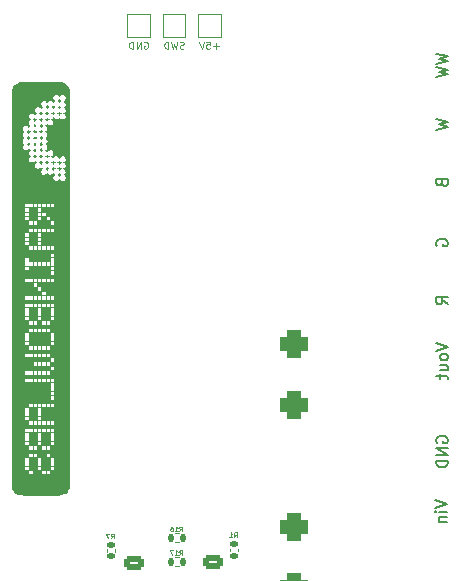
<source format=gbr>
%TF.GenerationSoftware,KiCad,Pcbnew,(7.0.0)*%
%TF.CreationDate,2023-03-11T20:41:09+01:00*%
%TF.ProjectId,StripController,53747269-7043-46f6-9e74-726f6c6c6572,rev?*%
%TF.SameCoordinates,Original*%
%TF.FileFunction,Legend,Bot*%
%TF.FilePolarity,Positive*%
%FSLAX46Y46*%
G04 Gerber Fmt 4.6, Leading zero omitted, Abs format (unit mm)*
G04 Created by KiCad (PCBNEW (7.0.0)) date 2023-03-11 20:41:09*
%MOMM*%
%LPD*%
G01*
G04 APERTURE LIST*
G04 Aperture macros list*
%AMRoundRect*
0 Rectangle with rounded corners*
0 $1 Rounding radius*
0 $2 $3 $4 $5 $6 $7 $8 $9 X,Y pos of 4 corners*
0 Add a 4 corners polygon primitive as box body*
4,1,4,$2,$3,$4,$5,$6,$7,$8,$9,$2,$3,0*
0 Add four circle primitives for the rounded corners*
1,1,$1+$1,$2,$3*
1,1,$1+$1,$4,$5*
1,1,$1+$1,$6,$7*
1,1,$1+$1,$8,$9*
0 Add four rect primitives between the rounded corners*
20,1,$1+$1,$2,$3,$4,$5,0*
20,1,$1+$1,$4,$5,$6,$7,0*
20,1,$1+$1,$6,$7,$8,$9,0*
20,1,$1+$1,$8,$9,$2,$3,0*%
G04 Aperture macros list end*
%ADD10C,0.150000*%
%ADD11C,0.100000*%
%ADD12C,0.120000*%
%ADD13C,0.990600*%
%ADD14C,3.200000*%
%ADD15RoundRect,0.575000X0.575000X-0.575000X0.575000X0.575000X-0.575000X0.575000X-0.575000X-0.575000X0*%
%ADD16RoundRect,0.250000X0.625000X-0.350000X0.625000X0.350000X-0.625000X0.350000X-0.625000X-0.350000X0*%
%ADD17O,1.750000X1.200000*%
%ADD18R,2.600000X2.600000*%
%ADD19C,2.600000*%
%ADD20RoundRect,0.575000X-0.575000X0.575000X-0.575000X-0.575000X0.575000X-0.575000X0.575000X0.575000X0*%
%ADD21RoundRect,0.135000X0.135000X0.185000X-0.135000X0.185000X-0.135000X-0.185000X0.135000X-0.185000X0*%
%ADD22R,1.500000X1.500000*%
%ADD23RoundRect,0.140000X-0.170000X0.140000X-0.170000X-0.140000X0.170000X-0.140000X0.170000X0.140000X0*%
%ADD24RoundRect,0.135000X-0.135000X-0.185000X0.135000X-0.185000X0.135000X0.185000X-0.135000X0.185000X0*%
G04 APERTURE END LIST*
D10*
X38182380Y28690477D02*
X37706190Y29023810D01*
X38182380Y29261905D02*
X37182380Y29261905D01*
X37182380Y29261905D02*
X37182380Y28880953D01*
X37182380Y28880953D02*
X37230000Y28785715D01*
X37230000Y28785715D02*
X37277619Y28738096D01*
X37277619Y28738096D02*
X37372857Y28690477D01*
X37372857Y28690477D02*
X37515714Y28690477D01*
X37515714Y28690477D02*
X37610952Y28738096D01*
X37610952Y28738096D02*
X37658571Y28785715D01*
X37658571Y28785715D02*
X37706190Y28880953D01*
X37706190Y28880953D02*
X37706190Y29261905D01*
X37182380Y25423810D02*
X38182380Y25090477D01*
X38182380Y25090477D02*
X37182380Y24757144D01*
X38182380Y24280953D02*
X38134761Y24376191D01*
X38134761Y24376191D02*
X38087142Y24423810D01*
X38087142Y24423810D02*
X37991904Y24471429D01*
X37991904Y24471429D02*
X37706190Y24471429D01*
X37706190Y24471429D02*
X37610952Y24423810D01*
X37610952Y24423810D02*
X37563333Y24376191D01*
X37563333Y24376191D02*
X37515714Y24280953D01*
X37515714Y24280953D02*
X37515714Y24138096D01*
X37515714Y24138096D02*
X37563333Y24042858D01*
X37563333Y24042858D02*
X37610952Y23995239D01*
X37610952Y23995239D02*
X37706190Y23947620D01*
X37706190Y23947620D02*
X37991904Y23947620D01*
X37991904Y23947620D02*
X38087142Y23995239D01*
X38087142Y23995239D02*
X38134761Y24042858D01*
X38134761Y24042858D02*
X38182380Y24138096D01*
X38182380Y24138096D02*
X38182380Y24280953D01*
X37515714Y23090477D02*
X38182380Y23090477D01*
X37515714Y23519048D02*
X38039523Y23519048D01*
X38039523Y23519048D02*
X38134761Y23471429D01*
X38134761Y23471429D02*
X38182380Y23376191D01*
X38182380Y23376191D02*
X38182380Y23233334D01*
X38182380Y23233334D02*
X38134761Y23138096D01*
X38134761Y23138096D02*
X38087142Y23090477D01*
X37515714Y22757143D02*
X37515714Y22376191D01*
X37182380Y22614286D02*
X38039523Y22614286D01*
X38039523Y22614286D02*
X38134761Y22566667D01*
X38134761Y22566667D02*
X38182380Y22471429D01*
X38182380Y22471429D02*
X38182380Y22376191D01*
X37182380Y44328571D02*
X38182380Y44090476D01*
X38182380Y44090476D02*
X37468095Y43900000D01*
X37468095Y43900000D02*
X38182380Y43709524D01*
X38182380Y43709524D02*
X37182380Y43471428D01*
X37230000Y33638096D02*
X37182380Y33733334D01*
X37182380Y33733334D02*
X37182380Y33876191D01*
X37182380Y33876191D02*
X37230000Y34019048D01*
X37230000Y34019048D02*
X37325238Y34114286D01*
X37325238Y34114286D02*
X37420476Y34161905D01*
X37420476Y34161905D02*
X37610952Y34209524D01*
X37610952Y34209524D02*
X37753809Y34209524D01*
X37753809Y34209524D02*
X37944285Y34161905D01*
X37944285Y34161905D02*
X38039523Y34114286D01*
X38039523Y34114286D02*
X38134761Y34019048D01*
X38134761Y34019048D02*
X38182380Y33876191D01*
X38182380Y33876191D02*
X38182380Y33780953D01*
X38182380Y33780953D02*
X38134761Y33638096D01*
X38134761Y33638096D02*
X38087142Y33590477D01*
X38087142Y33590477D02*
X37753809Y33590477D01*
X37753809Y33590477D02*
X37753809Y33780953D01*
X37658571Y38928572D02*
X37706190Y38785715D01*
X37706190Y38785715D02*
X37753809Y38738096D01*
X37753809Y38738096D02*
X37849047Y38690477D01*
X37849047Y38690477D02*
X37991904Y38690477D01*
X37991904Y38690477D02*
X38087142Y38738096D01*
X38087142Y38738096D02*
X38134761Y38785715D01*
X38134761Y38785715D02*
X38182380Y38880953D01*
X38182380Y38880953D02*
X38182380Y39261905D01*
X38182380Y39261905D02*
X37182380Y39261905D01*
X37182380Y39261905D02*
X37182380Y38928572D01*
X37182380Y38928572D02*
X37230000Y38833334D01*
X37230000Y38833334D02*
X37277619Y38785715D01*
X37277619Y38785715D02*
X37372857Y38738096D01*
X37372857Y38738096D02*
X37468095Y38738096D01*
X37468095Y38738096D02*
X37563333Y38785715D01*
X37563333Y38785715D02*
X37610952Y38833334D01*
X37610952Y38833334D02*
X37658571Y38928572D01*
X37658571Y38928572D02*
X37658571Y39261905D01*
X37230000Y16961905D02*
X37182380Y17057143D01*
X37182380Y17057143D02*
X37182380Y17200000D01*
X37182380Y17200000D02*
X37230000Y17342857D01*
X37230000Y17342857D02*
X37325238Y17438095D01*
X37325238Y17438095D02*
X37420476Y17485714D01*
X37420476Y17485714D02*
X37610952Y17533333D01*
X37610952Y17533333D02*
X37753809Y17533333D01*
X37753809Y17533333D02*
X37944285Y17485714D01*
X37944285Y17485714D02*
X38039523Y17438095D01*
X38039523Y17438095D02*
X38134761Y17342857D01*
X38134761Y17342857D02*
X38182380Y17200000D01*
X38182380Y17200000D02*
X38182380Y17104762D01*
X38182380Y17104762D02*
X38134761Y16961905D01*
X38134761Y16961905D02*
X38087142Y16914286D01*
X38087142Y16914286D02*
X37753809Y16914286D01*
X37753809Y16914286D02*
X37753809Y17104762D01*
X38182380Y16485714D02*
X37182380Y16485714D01*
X37182380Y16485714D02*
X38182380Y15914286D01*
X38182380Y15914286D02*
X37182380Y15914286D01*
X38182380Y15438095D02*
X37182380Y15438095D01*
X37182380Y15438095D02*
X37182380Y15200000D01*
X37182380Y15200000D02*
X37230000Y15057143D01*
X37230000Y15057143D02*
X37325238Y14961905D01*
X37325238Y14961905D02*
X37420476Y14914286D01*
X37420476Y14914286D02*
X37610952Y14866667D01*
X37610952Y14866667D02*
X37753809Y14866667D01*
X37753809Y14866667D02*
X37944285Y14914286D01*
X37944285Y14914286D02*
X38039523Y14961905D01*
X38039523Y14961905D02*
X38134761Y15057143D01*
X38134761Y15057143D02*
X38182380Y15200000D01*
X38182380Y15200000D02*
X38182380Y15438095D01*
X37082380Y12123809D02*
X38082380Y11790476D01*
X38082380Y11790476D02*
X37082380Y11457143D01*
X38082380Y11123809D02*
X37415714Y11123809D01*
X37082380Y11123809D02*
X37130000Y11171428D01*
X37130000Y11171428D02*
X37177619Y11123809D01*
X37177619Y11123809D02*
X37130000Y11076190D01*
X37130000Y11076190D02*
X37082380Y11123809D01*
X37082380Y11123809D02*
X37177619Y11123809D01*
X37415714Y10647619D02*
X38082380Y10647619D01*
X37510952Y10647619D02*
X37463333Y10600000D01*
X37463333Y10600000D02*
X37415714Y10504762D01*
X37415714Y10504762D02*
X37415714Y10361905D01*
X37415714Y10361905D02*
X37463333Y10266667D01*
X37463333Y10266667D02*
X37558571Y10219048D01*
X37558571Y10219048D02*
X38082380Y10219048D01*
X37182380Y49900000D02*
X38182380Y49661905D01*
X38182380Y49661905D02*
X37468095Y49471429D01*
X37468095Y49471429D02*
X38182380Y49280953D01*
X38182380Y49280953D02*
X37182380Y49042857D01*
X37182380Y48757143D02*
X38182380Y48519048D01*
X38182380Y48519048D02*
X37468095Y48328572D01*
X37468095Y48328572D02*
X38182380Y48138096D01*
X38182380Y48138096D02*
X37182380Y47900000D01*
D11*
%TO.C,R17*%
X15457142Y7453048D02*
X15590475Y7643524D01*
X15685713Y7453048D02*
X15685713Y7853048D01*
X15685713Y7853048D02*
X15533332Y7853048D01*
X15533332Y7853048D02*
X15495237Y7834000D01*
X15495237Y7834000D02*
X15476190Y7814953D01*
X15476190Y7814953D02*
X15457142Y7776858D01*
X15457142Y7776858D02*
X15457142Y7719715D01*
X15457142Y7719715D02*
X15476190Y7681620D01*
X15476190Y7681620D02*
X15495237Y7662572D01*
X15495237Y7662572D02*
X15533332Y7643524D01*
X15533332Y7643524D02*
X15685713Y7643524D01*
X15076190Y7453048D02*
X15304761Y7453048D01*
X15190475Y7453048D02*
X15190475Y7853048D01*
X15190475Y7853048D02*
X15228571Y7795905D01*
X15228571Y7795905D02*
X15266666Y7757810D01*
X15266666Y7757810D02*
X15304761Y7738762D01*
X14942857Y7853048D02*
X14676190Y7853048D01*
X14676190Y7853048D02*
X14847619Y7453048D01*
%TO.C,J3*%
X15814285Y50336143D02*
X15728571Y50307572D01*
X15728571Y50307572D02*
X15585713Y50307572D01*
X15585713Y50307572D02*
X15528571Y50336143D01*
X15528571Y50336143D02*
X15499999Y50364715D01*
X15499999Y50364715D02*
X15471428Y50421858D01*
X15471428Y50421858D02*
X15471428Y50479000D01*
X15471428Y50479000D02*
X15499999Y50536143D01*
X15499999Y50536143D02*
X15528571Y50564715D01*
X15528571Y50564715D02*
X15585713Y50593286D01*
X15585713Y50593286D02*
X15699999Y50621858D01*
X15699999Y50621858D02*
X15757142Y50650429D01*
X15757142Y50650429D02*
X15785713Y50679000D01*
X15785713Y50679000D02*
X15814285Y50736143D01*
X15814285Y50736143D02*
X15814285Y50793286D01*
X15814285Y50793286D02*
X15785713Y50850429D01*
X15785713Y50850429D02*
X15757142Y50879000D01*
X15757142Y50879000D02*
X15699999Y50907572D01*
X15699999Y50907572D02*
X15557142Y50907572D01*
X15557142Y50907572D02*
X15471428Y50879000D01*
X15271427Y50907572D02*
X15128570Y50307572D01*
X15128570Y50307572D02*
X15014284Y50736143D01*
X15014284Y50736143D02*
X14899999Y50307572D01*
X14899999Y50307572D02*
X14757142Y50907572D01*
X14528570Y50307572D02*
X14528570Y50907572D01*
X14528570Y50907572D02*
X14385713Y50907572D01*
X14385713Y50907572D02*
X14299999Y50879000D01*
X14299999Y50879000D02*
X14242856Y50821858D01*
X14242856Y50821858D02*
X14214285Y50764715D01*
X14214285Y50764715D02*
X14185713Y50650429D01*
X14185713Y50650429D02*
X14185713Y50564715D01*
X14185713Y50564715D02*
X14214285Y50450429D01*
X14214285Y50450429D02*
X14242856Y50393286D01*
X14242856Y50393286D02*
X14299999Y50336143D01*
X14299999Y50336143D02*
X14385713Y50307572D01*
X14385713Y50307572D02*
X14528570Y50307572D01*
%TO.C,R7*%
X9666666Y8853048D02*
X9799999Y9043524D01*
X9895237Y8853048D02*
X9895237Y9253048D01*
X9895237Y9253048D02*
X9742856Y9253048D01*
X9742856Y9253048D02*
X9704761Y9234000D01*
X9704761Y9234000D02*
X9685714Y9214953D01*
X9685714Y9214953D02*
X9666666Y9176858D01*
X9666666Y9176858D02*
X9666666Y9119715D01*
X9666666Y9119715D02*
X9685714Y9081620D01*
X9685714Y9081620D02*
X9704761Y9062572D01*
X9704761Y9062572D02*
X9742856Y9043524D01*
X9742856Y9043524D02*
X9895237Y9043524D01*
X9533333Y9253048D02*
X9266666Y9253048D01*
X9266666Y9253048D02*
X9438095Y8853048D01*
%TO.C,R1*%
X20066666Y8953048D02*
X20199999Y9143524D01*
X20295237Y8953048D02*
X20295237Y9353048D01*
X20295237Y9353048D02*
X20142856Y9353048D01*
X20142856Y9353048D02*
X20104761Y9334000D01*
X20104761Y9334000D02*
X20085714Y9314953D01*
X20085714Y9314953D02*
X20066666Y9276858D01*
X20066666Y9276858D02*
X20066666Y9219715D01*
X20066666Y9219715D02*
X20085714Y9181620D01*
X20085714Y9181620D02*
X20104761Y9162572D01*
X20104761Y9162572D02*
X20142856Y9143524D01*
X20142856Y9143524D02*
X20295237Y9143524D01*
X19685714Y8953048D02*
X19914285Y8953048D01*
X19799999Y8953048D02*
X19799999Y9353048D01*
X19799999Y9353048D02*
X19838095Y9295905D01*
X19838095Y9295905D02*
X19876190Y9257810D01*
X19876190Y9257810D02*
X19914285Y9238762D01*
%TO.C,J8*%
X12457142Y50879000D02*
X12514285Y50907572D01*
X12514285Y50907572D02*
X12599999Y50907572D01*
X12599999Y50907572D02*
X12685713Y50879000D01*
X12685713Y50879000D02*
X12742856Y50821858D01*
X12742856Y50821858D02*
X12771427Y50764715D01*
X12771427Y50764715D02*
X12799999Y50650429D01*
X12799999Y50650429D02*
X12799999Y50564715D01*
X12799999Y50564715D02*
X12771427Y50450429D01*
X12771427Y50450429D02*
X12742856Y50393286D01*
X12742856Y50393286D02*
X12685713Y50336143D01*
X12685713Y50336143D02*
X12599999Y50307572D01*
X12599999Y50307572D02*
X12542856Y50307572D01*
X12542856Y50307572D02*
X12457142Y50336143D01*
X12457142Y50336143D02*
X12428570Y50364715D01*
X12428570Y50364715D02*
X12428570Y50564715D01*
X12428570Y50564715D02*
X12542856Y50564715D01*
X12171427Y50307572D02*
X12171427Y50907572D01*
X12171427Y50907572D02*
X11828570Y50307572D01*
X11828570Y50307572D02*
X11828570Y50907572D01*
X11542856Y50307572D02*
X11542856Y50907572D01*
X11542856Y50907572D02*
X11399999Y50907572D01*
X11399999Y50907572D02*
X11314285Y50879000D01*
X11314285Y50879000D02*
X11257142Y50821858D01*
X11257142Y50821858D02*
X11228571Y50764715D01*
X11228571Y50764715D02*
X11199999Y50650429D01*
X11199999Y50650429D02*
X11199999Y50564715D01*
X11199999Y50564715D02*
X11228571Y50450429D01*
X11228571Y50450429D02*
X11257142Y50393286D01*
X11257142Y50393286D02*
X11314285Y50336143D01*
X11314285Y50336143D02*
X11399999Y50307572D01*
X11399999Y50307572D02*
X11542856Y50307572D01*
%TO.C,J7*%
X18771428Y50536143D02*
X18314286Y50536143D01*
X18542857Y50307572D02*
X18542857Y50764715D01*
X17742857Y50907572D02*
X18028571Y50907572D01*
X18028571Y50907572D02*
X18057143Y50621858D01*
X18057143Y50621858D02*
X18028571Y50650429D01*
X18028571Y50650429D02*
X17971429Y50679000D01*
X17971429Y50679000D02*
X17828571Y50679000D01*
X17828571Y50679000D02*
X17771429Y50650429D01*
X17771429Y50650429D02*
X17742857Y50621858D01*
X17742857Y50621858D02*
X17714286Y50564715D01*
X17714286Y50564715D02*
X17714286Y50421858D01*
X17714286Y50421858D02*
X17742857Y50364715D01*
X17742857Y50364715D02*
X17771429Y50336143D01*
X17771429Y50336143D02*
X17828571Y50307572D01*
X17828571Y50307572D02*
X17971429Y50307572D01*
X17971429Y50307572D02*
X18028571Y50336143D01*
X18028571Y50336143D02*
X18057143Y50364715D01*
X17542857Y50907572D02*
X17342857Y50307572D01*
X17342857Y50307572D02*
X17142857Y50907572D01*
%TO.C,R16*%
X15457142Y9453048D02*
X15590475Y9643524D01*
X15685713Y9453048D02*
X15685713Y9853048D01*
X15685713Y9853048D02*
X15533332Y9853048D01*
X15533332Y9853048D02*
X15495237Y9834000D01*
X15495237Y9834000D02*
X15476190Y9814953D01*
X15476190Y9814953D02*
X15457142Y9776858D01*
X15457142Y9776858D02*
X15457142Y9719715D01*
X15457142Y9719715D02*
X15476190Y9681620D01*
X15476190Y9681620D02*
X15495237Y9662572D01*
X15495237Y9662572D02*
X15533332Y9643524D01*
X15533332Y9643524D02*
X15685713Y9643524D01*
X15076190Y9453048D02*
X15304761Y9453048D01*
X15190475Y9453048D02*
X15190475Y9853048D01*
X15190475Y9853048D02*
X15228571Y9795905D01*
X15228571Y9795905D02*
X15266666Y9757810D01*
X15266666Y9757810D02*
X15304761Y9738762D01*
X14733333Y9853048D02*
X14809523Y9853048D01*
X14809523Y9853048D02*
X14847619Y9834000D01*
X14847619Y9834000D02*
X14866666Y9814953D01*
X14866666Y9814953D02*
X14904761Y9757810D01*
X14904761Y9757810D02*
X14923809Y9681620D01*
X14923809Y9681620D02*
X14923809Y9529239D01*
X14923809Y9529239D02*
X14904761Y9491143D01*
X14904761Y9491143D02*
X14885714Y9472096D01*
X14885714Y9472096D02*
X14847619Y9453048D01*
X14847619Y9453048D02*
X14771428Y9453048D01*
X14771428Y9453048D02*
X14733333Y9472096D01*
X14733333Y9472096D02*
X14714285Y9491143D01*
X14714285Y9491143D02*
X14695238Y9529239D01*
X14695238Y9529239D02*
X14695238Y9624477D01*
X14695238Y9624477D02*
X14714285Y9662572D01*
X14714285Y9662572D02*
X14733333Y9681620D01*
X14733333Y9681620D02*
X14771428Y9700667D01*
X14771428Y9700667D02*
X14847619Y9700667D01*
X14847619Y9700667D02*
X14885714Y9681620D01*
X14885714Y9681620D02*
X14904761Y9662572D01*
X14904761Y9662572D02*
X14923809Y9624477D01*
%TO.C,G\u002A\u002A\u002A*%
G36*
X5082455Y47499239D02*
G01*
X5090311Y47499163D01*
X5194524Y47497547D01*
X5279563Y47495485D01*
X5348000Y47492923D01*
X5402407Y47489806D01*
X5445355Y47486079D01*
X5479416Y47481690D01*
X5507161Y47476583D01*
X5531164Y47470704D01*
X5553994Y47464000D01*
X5700438Y47405497D01*
X5857727Y47306236D01*
X5990470Y47178310D01*
X6096103Y47024280D01*
X6172062Y46846707D01*
X6172106Y46846569D01*
X6174152Y46839261D01*
X6176117Y46829939D01*
X6178004Y46817836D01*
X6179814Y46802187D01*
X6181548Y46782223D01*
X6183209Y46757180D01*
X6184798Y46726290D01*
X6186317Y46688787D01*
X6187766Y46643904D01*
X6189149Y46590875D01*
X6190467Y46528933D01*
X6191721Y46457311D01*
X6192913Y46375244D01*
X6194044Y46281964D01*
X6195117Y46176704D01*
X6196133Y46058700D01*
X6197093Y45927183D01*
X6198000Y45781387D01*
X6198854Y45620546D01*
X6199658Y45443893D01*
X6200413Y45250662D01*
X6201121Y45040086D01*
X6201784Y44811399D01*
X6202403Y44563833D01*
X6202980Y44296623D01*
X6203516Y44009002D01*
X6204013Y43700204D01*
X6204473Y43369461D01*
X6204898Y43016007D01*
X6205289Y42639076D01*
X6205648Y42237901D01*
X6205976Y41811716D01*
X6206275Y41359754D01*
X6206547Y40881248D01*
X6206793Y40375433D01*
X6207015Y39841540D01*
X6207216Y39278805D01*
X6207395Y38686460D01*
X6207556Y38063739D01*
X6207699Y37409875D01*
X6207827Y36724101D01*
X6207940Y36005652D01*
X6208042Y35253761D01*
X6208133Y34467660D01*
X6208214Y33646584D01*
X6208289Y32789766D01*
X6208357Y31896439D01*
X6208422Y30965837D01*
X6208484Y29997193D01*
X6208519Y29429479D01*
X6208577Y28483818D01*
X6208628Y27575751D01*
X6208673Y26704507D01*
X6208708Y25869318D01*
X6208732Y25069417D01*
X6208744Y24304034D01*
X6208742Y23572400D01*
X6208724Y22873748D01*
X6208689Y22207309D01*
X6208634Y21572314D01*
X6208558Y20967994D01*
X6208459Y20393581D01*
X6208336Y19848307D01*
X6208187Y19331403D01*
X6208010Y18842099D01*
X6207804Y18379629D01*
X6207566Y17943223D01*
X6207295Y17532113D01*
X6206990Y17145529D01*
X6206648Y16782704D01*
X6206268Y16442869D01*
X6205848Y16125256D01*
X6205387Y15829095D01*
X6204883Y15553619D01*
X6204333Y15298058D01*
X6203737Y15061644D01*
X6203093Y14843609D01*
X6202399Y14643184D01*
X6201653Y14459601D01*
X6200853Y14292090D01*
X6199999Y14139884D01*
X6199087Y14002214D01*
X6198117Y13878311D01*
X6197086Y13767406D01*
X6195994Y13668732D01*
X6194838Y13581519D01*
X6193616Y13504999D01*
X6192327Y13438404D01*
X6190970Y13380964D01*
X6189542Y13331912D01*
X6188042Y13290478D01*
X6186467Y13255895D01*
X6184817Y13227394D01*
X6183090Y13204205D01*
X6181284Y13185561D01*
X6179396Y13170693D01*
X6177427Y13158832D01*
X6175373Y13149210D01*
X6173233Y13141059D01*
X6171006Y13133609D01*
X6167142Y13121562D01*
X6122831Y13014541D01*
X6062320Y12903994D01*
X5993922Y12803700D01*
X5925952Y12727438D01*
X5822572Y12647418D01*
X5689574Y12571245D01*
X5552594Y12516188D01*
X5539640Y12512289D01*
X5516500Y12506128D01*
X5490526Y12500753D01*
X5459148Y12496112D01*
X5419796Y12492150D01*
X5369902Y12488814D01*
X5306896Y12486050D01*
X5228208Y12483804D01*
X5131268Y12482024D01*
X5013507Y12480655D01*
X4872355Y12479643D01*
X4705243Y12478936D01*
X4509601Y12478479D01*
X4282859Y12478219D01*
X4022449Y12478102D01*
X3725800Y12478075D01*
X3551513Y12478083D01*
X3275909Y12478155D01*
X3035074Y12478347D01*
X2826437Y12478713D01*
X2647431Y12479306D01*
X2495484Y12480181D01*
X2368028Y12481391D01*
X2262492Y12482989D01*
X2176308Y12485029D01*
X2106905Y12487564D01*
X2051714Y12490649D01*
X2008166Y12494337D01*
X1973690Y12498681D01*
X1945718Y12503735D01*
X1921679Y12509552D01*
X1899005Y12516188D01*
X1772920Y12566002D01*
X1638950Y12640883D01*
X1525647Y12727438D01*
X1517724Y12734927D01*
X1449260Y12814829D01*
X1381375Y12917096D01*
X1322382Y13027949D01*
X1280593Y13133609D01*
X1279320Y13137791D01*
X1277142Y13145549D01*
X1275051Y13154449D01*
X1273044Y13165258D01*
X1271121Y13178745D01*
X1269278Y13195680D01*
X1267516Y13216830D01*
X1265831Y13242965D01*
X1264222Y13274853D01*
X1262688Y13313264D01*
X1261226Y13358965D01*
X1259835Y13412725D01*
X1258513Y13475314D01*
X1257258Y13547499D01*
X1256069Y13630050D01*
X1254943Y13723735D01*
X1253880Y13829324D01*
X1252877Y13947584D01*
X1251932Y14079284D01*
X1251044Y14225194D01*
X1250211Y14386082D01*
X1249431Y14562716D01*
X1249390Y14573721D01*
X2755593Y14573721D01*
X2755593Y14418488D01*
X2755593Y14263255D01*
X2901124Y14263255D01*
X3046655Y14263255D01*
X3046655Y14418488D01*
X3046655Y14573721D01*
X3842224Y14573721D01*
X3842224Y14418488D01*
X3842224Y14263255D01*
X3987755Y14263255D01*
X4133286Y14263255D01*
X4133286Y14418488D01*
X4133286Y14573721D01*
X4210903Y14573721D01*
X4210903Y14418488D01*
X4210903Y14263255D01*
X4356434Y14263255D01*
X4501965Y14263255D01*
X4501965Y14418488D01*
X4501965Y14573721D01*
X4356434Y14573721D01*
X4210903Y14573721D01*
X4133286Y14573721D01*
X3987755Y14573721D01*
X3842224Y14573721D01*
X3046655Y14573721D01*
X2901124Y14573721D01*
X2755593Y14573721D01*
X1249390Y14573721D01*
X1248703Y14755866D01*
X1248164Y14922995D01*
X2386915Y14922995D01*
X2386915Y14777464D01*
X2386915Y14631933D01*
X2532446Y14631933D01*
X2677977Y14631933D01*
X2677977Y14777464D01*
X2677977Y14922995D01*
X3473546Y14922995D01*
X3473546Y14777464D01*
X3473546Y14631933D01*
X3619077Y14631933D01*
X3764608Y14631933D01*
X3764608Y14777464D01*
X3764608Y14922995D01*
X4579581Y14922995D01*
X4579581Y14777464D01*
X4579581Y14631933D01*
X4725112Y14631933D01*
X4870643Y14631933D01*
X4870643Y14777464D01*
X4870643Y14922995D01*
X4725112Y14922995D01*
X4579581Y14922995D01*
X3764608Y14922995D01*
X3619077Y14922995D01*
X3473546Y14922995D01*
X2677977Y14922995D01*
X2532446Y14922995D01*
X2386915Y14922995D01*
X1248164Y14922995D01*
X1248024Y14966300D01*
X1247393Y15194786D01*
X1247164Y15291674D01*
X2386915Y15291674D01*
X2386915Y15146143D01*
X2386915Y15000612D01*
X2532446Y15000612D01*
X2677977Y15000612D01*
X2677977Y15146143D01*
X2677977Y15291674D01*
X3473546Y15291674D01*
X3473546Y15146143D01*
X3473546Y15000612D01*
X3619077Y15000612D01*
X3764608Y15000612D01*
X3764608Y15146143D01*
X3764608Y15291674D01*
X4579581Y15291674D01*
X4579581Y15146143D01*
X4579581Y15000612D01*
X4725112Y15000612D01*
X4870643Y15000612D01*
X4870643Y15146143D01*
X4870643Y15291674D01*
X4725112Y15291674D01*
X4579581Y15291674D01*
X3764608Y15291674D01*
X3619077Y15291674D01*
X3473546Y15291674D01*
X2677977Y15291674D01*
X2532446Y15291674D01*
X2386915Y15291674D01*
X1247164Y15291674D01*
X1246809Y15442095D01*
X1246367Y15660352D01*
X2386915Y15660352D01*
X2386915Y15505119D01*
X2386915Y15349886D01*
X2532446Y15349886D01*
X2677977Y15349886D01*
X2677977Y15505119D01*
X2677977Y15660352D01*
X3473546Y15660352D01*
X3473546Y15505119D01*
X3473546Y15349886D01*
X3619077Y15349886D01*
X3764608Y15349886D01*
X3764608Y15505119D01*
X3764608Y15660352D01*
X4579581Y15660352D01*
X4579581Y15505119D01*
X4579581Y15349886D01*
X4725112Y15349886D01*
X4870643Y15349886D01*
X4870643Y15505119D01*
X4870643Y15660352D01*
X4725112Y15660352D01*
X4579581Y15660352D01*
X3764608Y15660352D01*
X3619077Y15660352D01*
X3473546Y15660352D01*
X2677977Y15660352D01*
X2532446Y15660352D01*
X2386915Y15660352D01*
X1246367Y15660352D01*
X1246269Y15708993D01*
X1245771Y15996250D01*
X1245723Y16029030D01*
X2755593Y16029030D01*
X2755593Y15873797D01*
X2755593Y15718564D01*
X2901124Y15718564D01*
X3046655Y15718564D01*
X3046655Y15873797D01*
X3046655Y16029030D01*
X3124272Y16029030D01*
X3124272Y15873797D01*
X3124272Y15718564D01*
X3269803Y15718564D01*
X3415334Y15718564D01*
X3415334Y15873797D01*
X3415334Y16029030D01*
X4210903Y16029030D01*
X4210903Y15873797D01*
X4210903Y15718564D01*
X4356434Y15718564D01*
X4501965Y15718564D01*
X4501965Y15873797D01*
X4501965Y16029030D01*
X4356434Y16029030D01*
X4210903Y16029030D01*
X3415334Y16029030D01*
X3269803Y16029030D01*
X3124272Y16029030D01*
X3046655Y16029030D01*
X2901124Y16029030D01*
X2755593Y16029030D01*
X1245723Y16029030D01*
X1245315Y16304635D01*
X1244898Y16634917D01*
X1244840Y16688771D01*
X2755593Y16688771D01*
X2755593Y16533538D01*
X2755593Y16378305D01*
X2901124Y16378305D01*
X3046655Y16378305D01*
X3046655Y16533538D01*
X3046655Y16688771D01*
X3124272Y16688771D01*
X3124272Y16533538D01*
X3124272Y16378305D01*
X3269803Y16378305D01*
X3415334Y16378305D01*
X3415334Y16533538D01*
X3415334Y16688771D01*
X3842224Y16688771D01*
X3842224Y16533538D01*
X3842224Y16378305D01*
X3987755Y16378305D01*
X4133286Y16378305D01*
X4133286Y16533538D01*
X4133286Y16688771D01*
X4210903Y16688771D01*
X4210903Y16533538D01*
X4210903Y16378305D01*
X4356434Y16378305D01*
X4501965Y16378305D01*
X4501965Y16533538D01*
X4501965Y16688771D01*
X4356434Y16688771D01*
X4210903Y16688771D01*
X4133286Y16688771D01*
X3987755Y16688771D01*
X3842224Y16688771D01*
X3415334Y16688771D01*
X3269803Y16688771D01*
X3124272Y16688771D01*
X3046655Y16688771D01*
X2901124Y16688771D01*
X2755593Y16688771D01*
X1244840Y16688771D01*
X1244518Y16987863D01*
X1244472Y17038045D01*
X2386915Y17038045D01*
X2386915Y16892514D01*
X2386915Y16746983D01*
X2532446Y16746983D01*
X2677977Y16746983D01*
X2677977Y16892514D01*
X2677977Y17038045D01*
X3473546Y17038045D01*
X3473546Y16892514D01*
X3473546Y16746983D01*
X3619077Y16746983D01*
X3764608Y16746983D01*
X3764608Y16892514D01*
X3764608Y17038045D01*
X4579581Y17038045D01*
X4579581Y16892514D01*
X4579581Y16746983D01*
X4725112Y16746983D01*
X4870643Y16746983D01*
X4870643Y16892514D01*
X4870643Y17038045D01*
X4725112Y17038045D01*
X4579581Y17038045D01*
X3764608Y17038045D01*
X3619077Y17038045D01*
X3473546Y17038045D01*
X2677977Y17038045D01*
X2532446Y17038045D01*
X2386915Y17038045D01*
X1244472Y17038045D01*
X1244174Y17364243D01*
X1244141Y17406723D01*
X2386915Y17406723D01*
X2386915Y17261192D01*
X2386915Y17115661D01*
X2532446Y17115661D01*
X2677977Y17115661D01*
X2677977Y17261192D01*
X2677977Y17406723D01*
X3473546Y17406723D01*
X3473546Y17261192D01*
X3473546Y17115661D01*
X3619077Y17115661D01*
X3764608Y17115661D01*
X3764608Y17261192D01*
X3764608Y17406723D01*
X4579581Y17406723D01*
X4579581Y17261192D01*
X4579581Y17115661D01*
X4725112Y17115661D01*
X4870643Y17115661D01*
X4870643Y17261192D01*
X4870643Y17406723D01*
X4725112Y17406723D01*
X4579581Y17406723D01*
X3764608Y17406723D01*
X3619077Y17406723D01*
X3473546Y17406723D01*
X2677977Y17406723D01*
X2532446Y17406723D01*
X2386915Y17406723D01*
X1244141Y17406723D01*
X1243863Y17764826D01*
X1243856Y17775402D01*
X2386915Y17775402D01*
X2386915Y17620169D01*
X2386915Y17464936D01*
X2532446Y17464936D01*
X2677977Y17464936D01*
X2677977Y17620169D01*
X2677977Y17775402D01*
X3473546Y17775402D01*
X3473546Y17620169D01*
X3473546Y17464936D01*
X3619077Y17464936D01*
X3764608Y17464936D01*
X3764608Y17620169D01*
X3764608Y17775402D01*
X4579581Y17775402D01*
X4579581Y17620169D01*
X4579581Y17464936D01*
X4725112Y17464936D01*
X4870643Y17464936D01*
X4870643Y17620169D01*
X4870643Y17775402D01*
X4725112Y17775402D01*
X4579581Y17775402D01*
X3764608Y17775402D01*
X3619077Y17775402D01*
X3473546Y17775402D01*
X2677977Y17775402D01*
X2532446Y17775402D01*
X2386915Y17775402D01*
X1243856Y17775402D01*
X1243615Y18144080D01*
X2386915Y18144080D01*
X2386915Y17988847D01*
X2386915Y17833614D01*
X2532446Y17833614D01*
X2677977Y17833614D01*
X2677977Y17988847D01*
X2677977Y18144080D01*
X2755593Y18144080D01*
X2755593Y17988847D01*
X2755593Y17833614D01*
X2901124Y17833614D01*
X3046655Y17833614D01*
X3046655Y17988847D01*
X3046655Y18144080D01*
X3124272Y18144080D01*
X3124272Y17988847D01*
X3124272Y17833614D01*
X3269803Y17833614D01*
X3415334Y17833614D01*
X3415334Y17988847D01*
X3415334Y18144080D01*
X3473546Y18144080D01*
X3473546Y17988847D01*
X3473546Y17833614D01*
X3619077Y17833614D01*
X3764608Y17833614D01*
X3764608Y17988847D01*
X3764608Y18144080D01*
X3842224Y18144080D01*
X3842224Y17988847D01*
X3842224Y17833614D01*
X3987755Y17833614D01*
X4133286Y17833614D01*
X4133286Y17988847D01*
X4133286Y18144080D01*
X4210903Y18144080D01*
X4210903Y17988847D01*
X4210903Y17833614D01*
X4356434Y17833614D01*
X4501965Y17833614D01*
X4501965Y17988847D01*
X4501965Y18144080D01*
X4579581Y18144080D01*
X4579581Y17988847D01*
X4579581Y17833614D01*
X4725112Y17833614D01*
X4870643Y17833614D01*
X4870643Y17988847D01*
X4870643Y18144080D01*
X4725112Y18144080D01*
X4579581Y18144080D01*
X4501965Y18144080D01*
X4356434Y18144080D01*
X4210903Y18144080D01*
X4133286Y18144080D01*
X3987755Y18144080D01*
X3842224Y18144080D01*
X3764608Y18144080D01*
X3619077Y18144080D01*
X3473546Y18144080D01*
X3415334Y18144080D01*
X3269803Y18144080D01*
X3124272Y18144080D01*
X3046655Y18144080D01*
X2901124Y18144080D01*
X2755593Y18144080D01*
X2677977Y18144080D01*
X2532446Y18144080D01*
X2386915Y18144080D01*
X1243615Y18144080D01*
X1243585Y18190381D01*
X1243337Y18641675D01*
X1243263Y18803820D01*
X2755593Y18803820D01*
X2755593Y18648587D01*
X2755593Y18493354D01*
X2901124Y18493354D01*
X3046655Y18493354D01*
X3046655Y18648587D01*
X3046655Y18803820D01*
X3124272Y18803820D01*
X3124272Y18648587D01*
X3124272Y18493354D01*
X3269803Y18493354D01*
X3415334Y18493354D01*
X3415334Y18648587D01*
X3415334Y18803820D01*
X3473546Y18803820D01*
X3473546Y18648587D01*
X3473546Y18493354D01*
X3619077Y18493354D01*
X3764608Y18493354D01*
X3764608Y18648587D01*
X3764608Y18803820D01*
X3842224Y18803820D01*
X3842224Y18648587D01*
X3842224Y18493354D01*
X3987755Y18493354D01*
X4133286Y18493354D01*
X4133286Y18648587D01*
X4133286Y18803820D01*
X4210903Y18803820D01*
X4210903Y18648587D01*
X4210903Y18493354D01*
X4356434Y18493354D01*
X4501965Y18493354D01*
X4501965Y18648587D01*
X4501965Y18803820D01*
X4579581Y18803820D01*
X4579581Y18648587D01*
X4579581Y18493354D01*
X4725112Y18493354D01*
X4870643Y18493354D01*
X4870643Y18648587D01*
X4870643Y18803820D01*
X4725112Y18803820D01*
X4579581Y18803820D01*
X4501965Y18803820D01*
X4356434Y18803820D01*
X4210903Y18803820D01*
X4133286Y18803820D01*
X3987755Y18803820D01*
X3842224Y18803820D01*
X3764608Y18803820D01*
X3619077Y18803820D01*
X3473546Y18803820D01*
X3415334Y18803820D01*
X3269803Y18803820D01*
X3124272Y18803820D01*
X3046655Y18803820D01*
X2901124Y18803820D01*
X2755593Y18803820D01*
X1243263Y18803820D01*
X1243118Y19119478D01*
X1243105Y19153094D01*
X2386915Y19153094D01*
X2386915Y19007564D01*
X2386915Y18862033D01*
X2532446Y18862033D01*
X2677977Y18862033D01*
X2677977Y19007564D01*
X2677977Y19153094D01*
X3473546Y19153094D01*
X3473546Y19007564D01*
X3473546Y18862033D01*
X3619077Y18862033D01*
X3764608Y18862033D01*
X3764608Y19007564D01*
X3764608Y19153094D01*
X3619077Y19153094D01*
X3473546Y19153094D01*
X2677977Y19153094D01*
X2532446Y19153094D01*
X2386915Y19153094D01*
X1243105Y19153094D01*
X1242965Y19521773D01*
X2386915Y19521773D01*
X2386915Y19376242D01*
X2386915Y19230711D01*
X2532446Y19230711D01*
X2677977Y19230711D01*
X2677977Y19376242D01*
X2677977Y19521773D01*
X3473546Y19521773D01*
X3473546Y19376242D01*
X3473546Y19230711D01*
X3619077Y19230711D01*
X3764608Y19230711D01*
X3764608Y19376242D01*
X3764608Y19521773D01*
X3619077Y19521773D01*
X3473546Y19521773D01*
X2677977Y19521773D01*
X2532446Y19521773D01*
X2386915Y19521773D01*
X1242965Y19521773D01*
X1242926Y19624558D01*
X1242843Y19890451D01*
X2386915Y19890451D01*
X2386915Y19735218D01*
X2386915Y19579985D01*
X2532446Y19579985D01*
X2677977Y19579985D01*
X2677977Y19735218D01*
X2677977Y19890451D01*
X3473546Y19890451D01*
X3473546Y19735218D01*
X3473546Y19579985D01*
X3619077Y19579985D01*
X3764608Y19579985D01*
X3764608Y19735218D01*
X3764608Y19890451D01*
X3619077Y19890451D01*
X3473546Y19890451D01*
X2677977Y19890451D01*
X2532446Y19890451D01*
X2386915Y19890451D01*
X1242843Y19890451D01*
X1242759Y20157685D01*
X1242733Y20259130D01*
X2755593Y20259130D01*
X2755593Y20103897D01*
X2755593Y19948664D01*
X2901124Y19948664D01*
X3046655Y19948664D01*
X3046655Y20103897D01*
X3046655Y20259130D01*
X3124272Y20259130D01*
X3124272Y20103897D01*
X3124272Y19948664D01*
X3269803Y19948664D01*
X3415334Y19948664D01*
X3415334Y20103897D01*
X3415334Y20259130D01*
X3473546Y20259130D01*
X3473546Y20103897D01*
X3473546Y19948664D01*
X3619077Y19948664D01*
X3764608Y19948664D01*
X3764608Y20103897D01*
X3764608Y20259130D01*
X3842224Y20259130D01*
X3842224Y20103897D01*
X3842224Y19948664D01*
X3987755Y19948664D01*
X4133286Y19948664D01*
X4133286Y20103897D01*
X4133286Y20259130D01*
X4210903Y20259130D01*
X4210903Y20103897D01*
X4210903Y19948664D01*
X4356434Y19948664D01*
X4501965Y19948664D01*
X4501965Y20103897D01*
X4501965Y20259130D01*
X4579581Y20259130D01*
X4579581Y20103897D01*
X4579581Y19948664D01*
X4725112Y19948664D01*
X4870643Y19948664D01*
X4870643Y20103897D01*
X4870643Y20259130D01*
X4725112Y20259130D01*
X4579581Y20259130D01*
X4501965Y20259130D01*
X4356434Y20259130D01*
X4210903Y20259130D01*
X4133286Y20259130D01*
X3987755Y20259130D01*
X3842224Y20259130D01*
X3764608Y20259130D01*
X3619077Y20259130D01*
X3473546Y20259130D01*
X3415334Y20259130D01*
X3269803Y20259130D01*
X3124272Y20259130D01*
X3046655Y20259130D01*
X2901124Y20259130D01*
X2755593Y20259130D01*
X1242733Y20259130D01*
X1242615Y20719626D01*
X1242574Y20918870D01*
X4579581Y20918870D01*
X4579581Y20763637D01*
X4579581Y20608404D01*
X4725112Y20608404D01*
X4870643Y20608404D01*
X4870643Y20763637D01*
X4870643Y20918870D01*
X4725112Y20918870D01*
X4579581Y20918870D01*
X1242574Y20918870D01*
X1242502Y21268144D01*
X4579581Y21268144D01*
X4579581Y21122613D01*
X4579581Y20977082D01*
X4725112Y20977082D01*
X4870643Y20977082D01*
X4870643Y21122613D01*
X4870643Y21268144D01*
X4725112Y21268144D01*
X4579581Y21268144D01*
X1242502Y21268144D01*
X1242493Y21311151D01*
X1242439Y21636822D01*
X4579581Y21636822D01*
X4579581Y21491292D01*
X4579581Y21345761D01*
X4725112Y21345761D01*
X4870643Y21345761D01*
X4870643Y21491292D01*
X4870643Y21636822D01*
X4725112Y21636822D01*
X4579581Y21636822D01*
X1242439Y21636822D01*
X1242390Y21933028D01*
X1242381Y22005501D01*
X4579581Y22005501D01*
X4579581Y21850268D01*
X4579581Y21695035D01*
X4725112Y21695035D01*
X4870643Y21695035D01*
X4870643Y21850268D01*
X4870643Y22005501D01*
X4725112Y22005501D01*
X4579581Y22005501D01*
X1242381Y22005501D01*
X1242333Y22374179D01*
X2386915Y22374179D01*
X2386915Y22218946D01*
X2386915Y22063713D01*
X2532446Y22063713D01*
X2677977Y22063713D01*
X2677977Y22218946D01*
X2677977Y22374179D01*
X2755593Y22374179D01*
X2755593Y22218946D01*
X2755593Y22063713D01*
X2901124Y22063713D01*
X3046655Y22063713D01*
X3046655Y22218946D01*
X3046655Y22374179D01*
X3124272Y22374179D01*
X3124272Y22218946D01*
X3124272Y22063713D01*
X3269803Y22063713D01*
X3415334Y22063713D01*
X3415334Y22218946D01*
X3415334Y22374179D01*
X3473546Y22374179D01*
X3473546Y22218946D01*
X3473546Y22063713D01*
X3619077Y22063713D01*
X3764608Y22063713D01*
X3764608Y22218946D01*
X3764608Y22374179D01*
X3842224Y22374179D01*
X3842224Y22218946D01*
X3842224Y22063713D01*
X3987755Y22063713D01*
X4133286Y22063713D01*
X4133286Y22218946D01*
X4133286Y22374179D01*
X4210903Y22374179D01*
X4210903Y22218946D01*
X4210903Y22063713D01*
X4356434Y22063713D01*
X4501965Y22063713D01*
X4501965Y22218946D01*
X4501965Y22374179D01*
X4579581Y22374179D01*
X4579581Y22218946D01*
X4579581Y22063713D01*
X4725112Y22063713D01*
X4870643Y22063713D01*
X4870643Y22218946D01*
X4870643Y22374179D01*
X4725112Y22374179D01*
X4579581Y22374179D01*
X4501965Y22374179D01*
X4356434Y22374179D01*
X4210903Y22374179D01*
X4133286Y22374179D01*
X3987755Y22374179D01*
X3842224Y22374179D01*
X3764608Y22374179D01*
X3619077Y22374179D01*
X3473546Y22374179D01*
X3415334Y22374179D01*
X3269803Y22374179D01*
X3124272Y22374179D01*
X3046655Y22374179D01*
X2901124Y22374179D01*
X2755593Y22374179D01*
X2677977Y22374179D01*
X2532446Y22374179D01*
X2386915Y22374179D01*
X1242333Y22374179D01*
X1242306Y22586027D01*
X1242262Y23033920D01*
X2386915Y23033920D01*
X2386915Y22878687D01*
X2386915Y22723454D01*
X2532446Y22723454D01*
X2677977Y22723454D01*
X2677977Y22878687D01*
X2677977Y23033920D01*
X2755593Y23033920D01*
X2755593Y22878687D01*
X2755593Y22723454D01*
X2901124Y22723454D01*
X3046655Y22723454D01*
X3046655Y22878687D01*
X3046655Y23033920D01*
X3124272Y23033920D01*
X3124272Y22878687D01*
X3124272Y22723454D01*
X3269803Y22723454D01*
X3415334Y22723454D01*
X3415334Y22878687D01*
X3415334Y23033920D01*
X3473546Y23033920D01*
X3473546Y22878687D01*
X3473546Y22723454D01*
X3619077Y22723454D01*
X3764608Y22723454D01*
X3764608Y22878687D01*
X3764608Y23033920D01*
X3842224Y23033920D01*
X3842224Y22878687D01*
X3842224Y22723454D01*
X3987755Y22723454D01*
X4133286Y22723454D01*
X4133286Y22878687D01*
X4133286Y23033920D01*
X4210903Y23033920D01*
X4210903Y22878687D01*
X4210903Y22723454D01*
X4356434Y22723454D01*
X4501965Y22723454D01*
X4501965Y22878687D01*
X4501965Y23033920D01*
X4356434Y23033920D01*
X4210903Y23033920D01*
X4133286Y23033920D01*
X3987755Y23033920D01*
X3842224Y23033920D01*
X3764608Y23033920D01*
X3619077Y23033920D01*
X3473546Y23033920D01*
X3415334Y23033920D01*
X3269803Y23033920D01*
X3124272Y23033920D01*
X3046655Y23033920D01*
X2901124Y23033920D01*
X2755593Y23033920D01*
X2677977Y23033920D01*
X2532446Y23033920D01*
X2386915Y23033920D01*
X1242262Y23033920D01*
X1242238Y23270915D01*
X1242230Y23383194D01*
X4579581Y23383194D01*
X4579581Y23237663D01*
X4579581Y23092132D01*
X4725112Y23092132D01*
X4870643Y23092132D01*
X4870643Y23237663D01*
X4870643Y23383194D01*
X4725112Y23383194D01*
X4579581Y23383194D01*
X1242230Y23383194D01*
X1242202Y23751872D01*
X3124272Y23751872D01*
X3124272Y23606341D01*
X3124272Y23460810D01*
X3269803Y23460810D01*
X3415334Y23460810D01*
X3415334Y23606341D01*
X3415334Y23751872D01*
X3473546Y23751872D01*
X3473546Y23606341D01*
X3473546Y23460810D01*
X3619077Y23460810D01*
X3764608Y23460810D01*
X3764608Y23606341D01*
X3764608Y23751872D01*
X3842224Y23751872D01*
X3842224Y23606341D01*
X3842224Y23460810D01*
X3987755Y23460810D01*
X4133286Y23460810D01*
X4133286Y23606341D01*
X4133286Y23751872D01*
X4210903Y23751872D01*
X4210903Y23606341D01*
X4210903Y23460810D01*
X4356434Y23460810D01*
X4501965Y23460810D01*
X4501965Y23606341D01*
X4501965Y23751872D01*
X4356434Y23751872D01*
X4210903Y23751872D01*
X4133286Y23751872D01*
X3987755Y23751872D01*
X3842224Y23751872D01*
X3764608Y23751872D01*
X3619077Y23751872D01*
X3473546Y23751872D01*
X3415334Y23751872D01*
X3269803Y23751872D01*
X3124272Y23751872D01*
X1242202Y23751872D01*
X1242185Y23988462D01*
X1242178Y24120551D01*
X4579581Y24120551D01*
X4579581Y23965318D01*
X4579581Y23810085D01*
X4725112Y23810085D01*
X4870643Y23810085D01*
X4870643Y23965318D01*
X4870643Y24120551D01*
X4725112Y24120551D01*
X4579581Y24120551D01*
X1242178Y24120551D01*
X1242158Y24489229D01*
X2386915Y24489229D01*
X2386915Y24333996D01*
X2386915Y24178763D01*
X2532446Y24178763D01*
X2677977Y24178763D01*
X2677977Y24333996D01*
X2677977Y24489229D01*
X2755593Y24489229D01*
X2755593Y24333996D01*
X2755593Y24178763D01*
X2901124Y24178763D01*
X3046655Y24178763D01*
X3046655Y24333996D01*
X3046655Y24489229D01*
X3124272Y24489229D01*
X3124272Y24333996D01*
X3124272Y24178763D01*
X3269803Y24178763D01*
X3415334Y24178763D01*
X3415334Y24333996D01*
X3415334Y24489229D01*
X3473546Y24489229D01*
X3473546Y24333996D01*
X3473546Y24178763D01*
X3619077Y24178763D01*
X3764608Y24178763D01*
X3764608Y24333996D01*
X3764608Y24489229D01*
X3842224Y24489229D01*
X3842224Y24333996D01*
X3842224Y24178763D01*
X3987755Y24178763D01*
X4133286Y24178763D01*
X4133286Y24333996D01*
X4133286Y24489229D01*
X4210903Y24489229D01*
X4210903Y24333996D01*
X4210903Y24178763D01*
X4356434Y24178763D01*
X4501965Y24178763D01*
X4501965Y24333996D01*
X4501965Y24489229D01*
X4356434Y24489229D01*
X4210903Y24489229D01*
X4133286Y24489229D01*
X3987755Y24489229D01*
X3842224Y24489229D01*
X3764608Y24489229D01*
X3619077Y24489229D01*
X3473546Y24489229D01*
X3415334Y24489229D01*
X3269803Y24489229D01*
X3124272Y24489229D01*
X3046655Y24489229D01*
X2901124Y24489229D01*
X2755593Y24489229D01*
X2677977Y24489229D01*
X2532446Y24489229D01*
X2386915Y24489229D01*
X1242158Y24489229D01*
X1242144Y24739436D01*
X1242129Y25148969D01*
X2755593Y25148969D01*
X2755593Y24993736D01*
X2755593Y24838503D01*
X2901124Y24838503D01*
X3046655Y24838503D01*
X3046655Y24993736D01*
X3046655Y25148969D01*
X3124272Y25148969D01*
X3124272Y24993736D01*
X3124272Y24838503D01*
X3269803Y24838503D01*
X3415334Y24838503D01*
X3415334Y24993736D01*
X3415334Y25148969D01*
X3473546Y25148969D01*
X3473546Y24993736D01*
X3473546Y24838503D01*
X3619077Y24838503D01*
X3764608Y24838503D01*
X3764608Y24993736D01*
X3764608Y25148969D01*
X3842224Y25148969D01*
X3842224Y24993736D01*
X3842224Y24838503D01*
X3987755Y24838503D01*
X4133286Y24838503D01*
X4133286Y24993736D01*
X4133286Y25148969D01*
X4210903Y25148969D01*
X4210903Y24993736D01*
X4210903Y24838503D01*
X4356434Y24838503D01*
X4501965Y24838503D01*
X4501965Y24993736D01*
X4501965Y25148969D01*
X4356434Y25148969D01*
X4210903Y25148969D01*
X4133286Y25148969D01*
X3987755Y25148969D01*
X3842224Y25148969D01*
X3764608Y25148969D01*
X3619077Y25148969D01*
X3473546Y25148969D01*
X3415334Y25148969D01*
X3269803Y25148969D01*
X3124272Y25148969D01*
X3046655Y25148969D01*
X2901124Y25148969D01*
X2755593Y25148969D01*
X1242129Y25148969D01*
X1242116Y25498243D01*
X2386915Y25498243D01*
X2386915Y25352712D01*
X2386915Y25207182D01*
X2532446Y25207182D01*
X2677977Y25207182D01*
X2677977Y25352712D01*
X2677977Y25498243D01*
X4579581Y25498243D01*
X4579581Y25352712D01*
X4579581Y25207182D01*
X4725112Y25207182D01*
X4870643Y25207182D01*
X4870643Y25352712D01*
X4870643Y25498243D01*
X4725112Y25498243D01*
X4579581Y25498243D01*
X2677977Y25498243D01*
X2532446Y25498243D01*
X2386915Y25498243D01*
X1242116Y25498243D01*
X1242115Y25524605D01*
X1242106Y25866922D01*
X2386915Y25866922D01*
X2386915Y25721391D01*
X2386915Y25575860D01*
X2532446Y25575860D01*
X2677977Y25575860D01*
X2677977Y25721391D01*
X2677977Y25866922D01*
X4579581Y25866922D01*
X4579581Y25721391D01*
X4579581Y25575860D01*
X4725112Y25575860D01*
X4870643Y25575860D01*
X4870643Y25721391D01*
X4870643Y25866922D01*
X4725112Y25866922D01*
X4579581Y25866922D01*
X2677977Y25866922D01*
X2532446Y25866922D01*
X2386915Y25866922D01*
X1242106Y25866922D01*
X1242097Y26235600D01*
X2386915Y26235600D01*
X2386915Y26080367D01*
X2386915Y25925134D01*
X2532446Y25925134D01*
X2677977Y25925134D01*
X2677977Y26080367D01*
X2677977Y26235600D01*
X4579581Y26235600D01*
X4579581Y26080367D01*
X4579581Y25925134D01*
X4725112Y25925134D01*
X4870643Y25925134D01*
X4870643Y26080367D01*
X4870643Y26235600D01*
X4725112Y26235600D01*
X4579581Y26235600D01*
X2677977Y26235600D01*
X2532446Y26235600D01*
X2386915Y26235600D01*
X1242097Y26235600D01*
X1242094Y26344740D01*
X1242090Y26604279D01*
X2755593Y26604279D01*
X2755593Y26449046D01*
X2755593Y26293813D01*
X2901124Y26293813D01*
X3046655Y26293813D01*
X3046655Y26449046D01*
X3046655Y26604279D01*
X3124272Y26604279D01*
X3124272Y26449046D01*
X3124272Y26293813D01*
X3269803Y26293813D01*
X3415334Y26293813D01*
X3415334Y26449046D01*
X3415334Y26604279D01*
X3473546Y26604279D01*
X3473546Y26449046D01*
X3473546Y26293813D01*
X3619077Y26293813D01*
X3764608Y26293813D01*
X3764608Y26449046D01*
X3764608Y26604279D01*
X3842224Y26604279D01*
X3842224Y26449046D01*
X3842224Y26293813D01*
X3987755Y26293813D01*
X4133286Y26293813D01*
X4133286Y26449046D01*
X4133286Y26604279D01*
X4210903Y26604279D01*
X4210903Y26449046D01*
X4210903Y26293813D01*
X4356434Y26293813D01*
X4501965Y26293813D01*
X4501965Y26449046D01*
X4501965Y26604279D01*
X4356434Y26604279D01*
X4210903Y26604279D01*
X4133286Y26604279D01*
X3987755Y26604279D01*
X3842224Y26604279D01*
X3764608Y26604279D01*
X3619077Y26604279D01*
X3473546Y26604279D01*
X3415334Y26604279D01*
X3269803Y26604279D01*
X3124272Y26604279D01*
X3046655Y26604279D01*
X2901124Y26604279D01*
X2755593Y26604279D01*
X1242090Y26604279D01*
X1242082Y27200608D01*
X1242082Y27264019D01*
X2755593Y27264019D01*
X2755593Y27108786D01*
X2755593Y26953553D01*
X2901124Y26953553D01*
X3046655Y26953553D01*
X3046655Y27108786D01*
X3046655Y27264019D01*
X3124272Y27264019D01*
X3124272Y27108786D01*
X3124272Y26953553D01*
X3269803Y26953553D01*
X3415334Y26953553D01*
X3415334Y27108786D01*
X3415334Y27264019D01*
X3842224Y27264019D01*
X3842224Y27108786D01*
X3842224Y26953553D01*
X3987755Y26953553D01*
X4133286Y26953553D01*
X4133286Y27108786D01*
X4133286Y27264019D01*
X4210903Y27264019D01*
X4210903Y27108786D01*
X4210903Y26953553D01*
X4356434Y26953553D01*
X4501965Y26953553D01*
X4501965Y27108786D01*
X4501965Y27264019D01*
X4356434Y27264019D01*
X4210903Y27264019D01*
X4133286Y27264019D01*
X3987755Y27264019D01*
X3842224Y27264019D01*
X3415334Y27264019D01*
X3269803Y27264019D01*
X3124272Y27264019D01*
X3046655Y27264019D01*
X2901124Y27264019D01*
X2755593Y27264019D01*
X1242082Y27264019D01*
X1242079Y27613293D01*
X2386915Y27613293D01*
X2386915Y27467762D01*
X2386915Y27322231D01*
X2532446Y27322231D01*
X2677977Y27322231D01*
X2677977Y27467762D01*
X2677977Y27613293D01*
X3473546Y27613293D01*
X3473546Y27467762D01*
X3473546Y27322231D01*
X3619077Y27322231D01*
X3764608Y27322231D01*
X3764608Y27467762D01*
X3764608Y27613293D01*
X4579581Y27613293D01*
X4579581Y27467762D01*
X4579581Y27322231D01*
X4725112Y27322231D01*
X4870643Y27322231D01*
X4870643Y27467762D01*
X4870643Y27613293D01*
X4725112Y27613293D01*
X4579581Y27613293D01*
X3764608Y27613293D01*
X3619077Y27613293D01*
X3473546Y27613293D01*
X2677977Y27613293D01*
X2532446Y27613293D01*
X2386915Y27613293D01*
X1242079Y27613293D01*
X1242076Y27981971D01*
X2386915Y27981971D01*
X2386915Y27836441D01*
X2386915Y27690910D01*
X2532446Y27690910D01*
X2677977Y27690910D01*
X2677977Y27836441D01*
X2677977Y27981971D01*
X3473546Y27981971D01*
X3473546Y27836441D01*
X3473546Y27690910D01*
X3619077Y27690910D01*
X3764608Y27690910D01*
X3764608Y27836441D01*
X3764608Y27981971D01*
X4579581Y27981971D01*
X4579581Y27836441D01*
X4579581Y27690910D01*
X4725112Y27690910D01*
X4870643Y27690910D01*
X4870643Y27836441D01*
X4870643Y27981971D01*
X4725112Y27981971D01*
X4579581Y27981971D01*
X3764608Y27981971D01*
X3619077Y27981971D01*
X3473546Y27981971D01*
X2677977Y27981971D01*
X2532446Y27981971D01*
X2386915Y27981971D01*
X1242076Y27981971D01*
X1242075Y28092977D01*
X1242074Y28350650D01*
X2386915Y28350650D01*
X2386915Y28195417D01*
X2386915Y28040184D01*
X2532446Y28040184D01*
X2677977Y28040184D01*
X2677977Y28195417D01*
X2677977Y28350650D01*
X3473546Y28350650D01*
X3473546Y28195417D01*
X3473546Y28040184D01*
X3619077Y28040184D01*
X3764608Y28040184D01*
X3764608Y28195417D01*
X3764608Y28350650D01*
X4579581Y28350650D01*
X4579581Y28195417D01*
X4579581Y28040184D01*
X4725112Y28040184D01*
X4870643Y28040184D01*
X4870643Y28195417D01*
X4870643Y28350650D01*
X4725112Y28350650D01*
X4579581Y28350650D01*
X3764608Y28350650D01*
X3619077Y28350650D01*
X3473546Y28350650D01*
X2677977Y28350650D01*
X2532446Y28350650D01*
X2386915Y28350650D01*
X1242074Y28350650D01*
X1242073Y28719328D01*
X2386915Y28719328D01*
X2386915Y28564095D01*
X2386915Y28408862D01*
X2532446Y28408862D01*
X2677977Y28408862D01*
X2677977Y28564095D01*
X2677977Y28719328D01*
X2755593Y28719328D01*
X2755593Y28564095D01*
X2755593Y28408862D01*
X2901124Y28408862D01*
X3046655Y28408862D01*
X3046655Y28564095D01*
X3046655Y28719328D01*
X3124272Y28719328D01*
X3124272Y28564095D01*
X3124272Y28408862D01*
X3269803Y28408862D01*
X3415334Y28408862D01*
X3415334Y28564095D01*
X3415334Y28719328D01*
X3473546Y28719328D01*
X3473546Y28564095D01*
X3473546Y28408862D01*
X3619077Y28408862D01*
X3764608Y28408862D01*
X3764608Y28564095D01*
X3764608Y28719328D01*
X3842224Y28719328D01*
X3842224Y28564095D01*
X3842224Y28408862D01*
X3987755Y28408862D01*
X4133286Y28408862D01*
X4133286Y28564095D01*
X4133286Y28719328D01*
X4210903Y28719328D01*
X4210903Y28564095D01*
X4210903Y28408862D01*
X4356434Y28408862D01*
X4501965Y28408862D01*
X4501965Y28564095D01*
X4501965Y28719328D01*
X4579581Y28719328D01*
X4579581Y28564095D01*
X4579581Y28408862D01*
X4725112Y28408862D01*
X4870643Y28408862D01*
X4870643Y28564095D01*
X4870643Y28719328D01*
X4725112Y28719328D01*
X4579581Y28719328D01*
X4501965Y28719328D01*
X4356434Y28719328D01*
X4210903Y28719328D01*
X4133286Y28719328D01*
X3987755Y28719328D01*
X3842224Y28719328D01*
X3764608Y28719328D01*
X3619077Y28719328D01*
X3473546Y28719328D01*
X3415334Y28719328D01*
X3269803Y28719328D01*
X3124272Y28719328D01*
X3046655Y28719328D01*
X2901124Y28719328D01*
X2755593Y28719328D01*
X2677977Y28719328D01*
X2532446Y28719328D01*
X2386915Y28719328D01*
X1242073Y28719328D01*
X1242072Y29022618D01*
X1242072Y29379068D01*
X2386915Y29379068D01*
X2386915Y29223835D01*
X2386915Y29068602D01*
X2532446Y29068602D01*
X2677977Y29068602D01*
X2677977Y29223835D01*
X2677977Y29379068D01*
X2755593Y29379068D01*
X2755593Y29223835D01*
X2755593Y29068602D01*
X2901124Y29068602D01*
X3046655Y29068602D01*
X3046655Y29223835D01*
X3046655Y29379068D01*
X3124272Y29379068D01*
X3124272Y29223835D01*
X3124272Y29068602D01*
X3269803Y29068602D01*
X3415334Y29068602D01*
X3415334Y29223835D01*
X3415334Y29379068D01*
X3473546Y29379068D01*
X3473546Y29223835D01*
X3473546Y29068602D01*
X3619077Y29068602D01*
X3764608Y29068602D01*
X3764608Y29223835D01*
X3764608Y29379068D01*
X3842224Y29379068D01*
X3842224Y29223835D01*
X3842224Y29068602D01*
X3987755Y29068602D01*
X4133286Y29068602D01*
X4133286Y29223835D01*
X4133286Y29379068D01*
X4210903Y29379068D01*
X4210903Y29223835D01*
X4210903Y29068602D01*
X4356434Y29068602D01*
X4501965Y29068602D01*
X4501965Y29223835D01*
X4501965Y29379068D01*
X4579581Y29379068D01*
X4579581Y29223835D01*
X4579581Y29068602D01*
X4725112Y29068602D01*
X4870643Y29068602D01*
X4870643Y29223835D01*
X4870643Y29379068D01*
X4725112Y29379068D01*
X4579581Y29379068D01*
X4501965Y29379068D01*
X4356434Y29379068D01*
X4210903Y29379068D01*
X4133286Y29379068D01*
X3987755Y29379068D01*
X3842224Y29379068D01*
X3764608Y29379068D01*
X3619077Y29379068D01*
X3473546Y29379068D01*
X3415334Y29379068D01*
X3269803Y29379068D01*
X3124272Y29379068D01*
X3046655Y29379068D01*
X2901124Y29379068D01*
X2755593Y29379068D01*
X2677977Y29379068D01*
X2532446Y29379068D01*
X2386915Y29379068D01*
X1242072Y29379068D01*
X1242072Y29728343D01*
X3842224Y29728343D01*
X3842224Y29582812D01*
X3842224Y29437281D01*
X3987755Y29437281D01*
X4133286Y29437281D01*
X4133286Y29582812D01*
X4133286Y29728343D01*
X3987755Y29728343D01*
X3842224Y29728343D01*
X1242072Y29728343D01*
X1242072Y29990298D01*
X1242072Y30097021D01*
X3473546Y30097021D01*
X3473546Y29951490D01*
X3473546Y29805959D01*
X3619077Y29805959D01*
X3764608Y29805959D01*
X3764608Y29951490D01*
X3764608Y30097021D01*
X3619077Y30097021D01*
X3473546Y30097021D01*
X1242072Y30097021D01*
X1242072Y30363563D01*
X1242072Y30465699D01*
X3124272Y30465699D01*
X3124272Y30310466D01*
X3124272Y30155233D01*
X3269803Y30155233D01*
X3415334Y30155233D01*
X3415334Y30310466D01*
X3415334Y30465699D01*
X3269803Y30465699D01*
X3124272Y30465699D01*
X1242072Y30465699D01*
X1242072Y30834378D01*
X2386915Y30834378D01*
X2386915Y30679145D01*
X2386915Y30523912D01*
X2532446Y30523912D01*
X2677977Y30523912D01*
X2677977Y30679145D01*
X2677977Y30834378D01*
X2755593Y30834378D01*
X2755593Y30679145D01*
X2755593Y30523912D01*
X2901124Y30523912D01*
X3046655Y30523912D01*
X3046655Y30679145D01*
X3046655Y30834378D01*
X3124272Y30834378D01*
X3124272Y30679145D01*
X3124272Y30523912D01*
X3269803Y30523912D01*
X3415334Y30523912D01*
X3415334Y30679145D01*
X3415334Y30834378D01*
X3473546Y30834378D01*
X3473546Y30679145D01*
X3473546Y30523912D01*
X3619077Y30523912D01*
X3764608Y30523912D01*
X3764608Y30679145D01*
X3764608Y30834378D01*
X3842224Y30834378D01*
X3842224Y30679145D01*
X3842224Y30523912D01*
X3987755Y30523912D01*
X4133286Y30523912D01*
X4133286Y30679145D01*
X4133286Y30834378D01*
X4210903Y30834378D01*
X4210903Y30679145D01*
X4210903Y30523912D01*
X4356434Y30523912D01*
X4501965Y30523912D01*
X4501965Y30679145D01*
X4501965Y30834378D01*
X4579581Y30834378D01*
X4579581Y30679145D01*
X4579581Y30523912D01*
X4725112Y30523912D01*
X4870643Y30523912D01*
X4870643Y30679145D01*
X4870643Y30834378D01*
X4725112Y30834378D01*
X4579581Y30834378D01*
X4501965Y30834378D01*
X4356434Y30834378D01*
X4210903Y30834378D01*
X4133286Y30834378D01*
X3987755Y30834378D01*
X3842224Y30834378D01*
X3764608Y30834378D01*
X3619077Y30834378D01*
X3473546Y30834378D01*
X3415334Y30834378D01*
X3269803Y30834378D01*
X3124272Y30834378D01*
X3046655Y30834378D01*
X2901124Y30834378D01*
X2755593Y30834378D01*
X2677977Y30834378D01*
X2532446Y30834378D01*
X2386915Y30834378D01*
X1242072Y30834378D01*
X1242073Y31316699D01*
X1242074Y31494118D01*
X4579581Y31494118D01*
X4579581Y31338885D01*
X4579581Y31183652D01*
X4725112Y31183652D01*
X4870643Y31183652D01*
X4870643Y31338885D01*
X4870643Y31494118D01*
X4725112Y31494118D01*
X4579581Y31494118D01*
X1242074Y31494118D01*
X1242076Y31843392D01*
X2386915Y31843392D01*
X2386915Y31697861D01*
X2386915Y31552331D01*
X2532446Y31552331D01*
X2677977Y31552331D01*
X2677977Y31697861D01*
X2677977Y31843392D01*
X4579581Y31843392D01*
X4579581Y31697861D01*
X4579581Y31552331D01*
X4725112Y31552331D01*
X4870643Y31552331D01*
X4870643Y31697861D01*
X4870643Y31843392D01*
X4725112Y31843392D01*
X4579581Y31843392D01*
X2677977Y31843392D01*
X2532446Y31843392D01*
X2386915Y31843392D01*
X1242076Y31843392D01*
X1242078Y32212071D01*
X2386915Y32212071D01*
X2386915Y32066540D01*
X2386915Y31921009D01*
X2532446Y31921009D01*
X2677977Y31921009D01*
X2677977Y32066540D01*
X2677977Y32212071D01*
X2755593Y32212071D01*
X2755593Y32066540D01*
X2755593Y31921009D01*
X2901124Y31921009D01*
X3046655Y31921009D01*
X3046655Y32066540D01*
X3046655Y32212071D01*
X3124272Y32212071D01*
X3124272Y32066540D01*
X3124272Y31921009D01*
X3269803Y31921009D01*
X3415334Y31921009D01*
X3415334Y32066540D01*
X3415334Y32212071D01*
X3473546Y32212071D01*
X3473546Y32066540D01*
X3473546Y31921009D01*
X3619077Y31921009D01*
X3764608Y31921009D01*
X3764608Y32066540D01*
X3764608Y32212071D01*
X3842224Y32212071D01*
X3842224Y32066540D01*
X3842224Y31921009D01*
X3987755Y31921009D01*
X4133286Y31921009D01*
X4133286Y32066540D01*
X4133286Y32212071D01*
X4210903Y32212071D01*
X4210903Y32066540D01*
X4210903Y31921009D01*
X4356434Y31921009D01*
X4501965Y31921009D01*
X4501965Y32066540D01*
X4501965Y32212071D01*
X4579581Y32212071D01*
X4579581Y32066540D01*
X4579581Y31921009D01*
X4725112Y31921009D01*
X4870643Y31921009D01*
X4870643Y32066540D01*
X4870643Y32212071D01*
X4725112Y32212071D01*
X4579581Y32212071D01*
X4501965Y32212071D01*
X4356434Y32212071D01*
X4210903Y32212071D01*
X4133286Y32212071D01*
X3987755Y32212071D01*
X3842224Y32212071D01*
X3764608Y32212071D01*
X3619077Y32212071D01*
X3473546Y32212071D01*
X3415334Y32212071D01*
X3269803Y32212071D01*
X3124272Y32212071D01*
X3046655Y32212071D01*
X2901124Y32212071D01*
X2755593Y32212071D01*
X2677977Y32212071D01*
X2532446Y32212071D01*
X2386915Y32212071D01*
X1242078Y32212071D01*
X1242078Y32232089D01*
X1242082Y32580749D01*
X2386915Y32580749D01*
X2386915Y32425516D01*
X2386915Y32270283D01*
X2532446Y32270283D01*
X2677977Y32270283D01*
X2677977Y32425516D01*
X2677977Y32580749D01*
X4579581Y32580749D01*
X4579581Y32425516D01*
X4579581Y32270283D01*
X4725112Y32270283D01*
X4870643Y32270283D01*
X4870643Y32425516D01*
X4870643Y32580749D01*
X4725112Y32580749D01*
X4579581Y32580749D01*
X2677977Y32580749D01*
X2532446Y32580749D01*
X2386915Y32580749D01*
X1242082Y32580749D01*
X1242086Y32949428D01*
X4579581Y32949428D01*
X4579581Y32794195D01*
X4579581Y32638962D01*
X4725112Y32638962D01*
X4870643Y32638962D01*
X4870643Y32794195D01*
X4870643Y32949428D01*
X4725112Y32949428D01*
X4579581Y32949428D01*
X1242086Y32949428D01*
X1242088Y33110500D01*
X1242097Y33609168D01*
X2755593Y33609168D01*
X2755593Y33453935D01*
X2755593Y33298702D01*
X2901124Y33298702D01*
X3046655Y33298702D01*
X3046655Y33453935D01*
X3046655Y33609168D01*
X3124272Y33609168D01*
X3124272Y33453935D01*
X3124272Y33298702D01*
X3269803Y33298702D01*
X3415334Y33298702D01*
X3415334Y33453935D01*
X3415334Y33609168D01*
X3473546Y33609168D01*
X3473546Y33453935D01*
X3473546Y33298702D01*
X3619077Y33298702D01*
X3764608Y33298702D01*
X3764608Y33453935D01*
X3764608Y33609168D01*
X3842224Y33609168D01*
X3842224Y33453935D01*
X3842224Y33298702D01*
X3987755Y33298702D01*
X4133286Y33298702D01*
X4133286Y33453935D01*
X4133286Y33609168D01*
X4210903Y33609168D01*
X4210903Y33453935D01*
X4210903Y33298702D01*
X4356434Y33298702D01*
X4501965Y33298702D01*
X4501965Y33453935D01*
X4501965Y33609168D01*
X4579581Y33609168D01*
X4579581Y33453935D01*
X4579581Y33298702D01*
X4725112Y33298702D01*
X4870643Y33298702D01*
X4870643Y33453935D01*
X4870643Y33609168D01*
X4725112Y33609168D01*
X4579581Y33609168D01*
X4501965Y33609168D01*
X4356434Y33609168D01*
X4210903Y33609168D01*
X4133286Y33609168D01*
X3987755Y33609168D01*
X3842224Y33609168D01*
X3764608Y33609168D01*
X3619077Y33609168D01*
X3473546Y33609168D01*
X3415334Y33609168D01*
X3269803Y33609168D01*
X3124272Y33609168D01*
X3046655Y33609168D01*
X2901124Y33609168D01*
X2755593Y33609168D01*
X1242097Y33609168D01*
X1242104Y33952702D01*
X1242104Y33958442D01*
X2386915Y33958442D01*
X2386915Y33812911D01*
X2386915Y33667380D01*
X2532446Y33667380D01*
X2677977Y33667380D01*
X2677977Y33812911D01*
X2677977Y33958442D01*
X3473546Y33958442D01*
X3473546Y33812911D01*
X3473546Y33667380D01*
X3619077Y33667380D01*
X3764608Y33667380D01*
X3764608Y33812911D01*
X3764608Y33958442D01*
X3619077Y33958442D01*
X3473546Y33958442D01*
X2677977Y33958442D01*
X2532446Y33958442D01*
X2386915Y33958442D01*
X1242104Y33958442D01*
X1242116Y34327120D01*
X2386915Y34327120D01*
X2386915Y34181589D01*
X2386915Y34036059D01*
X2532446Y34036059D01*
X2677977Y34036059D01*
X2677977Y34181589D01*
X2677977Y34327120D01*
X3473546Y34327120D01*
X3473546Y34181589D01*
X3473546Y34036059D01*
X3619077Y34036059D01*
X3764608Y34036059D01*
X3764608Y34181589D01*
X3764608Y34327120D01*
X3619077Y34327120D01*
X3473546Y34327120D01*
X2677977Y34327120D01*
X2532446Y34327120D01*
X2386915Y34327120D01*
X1242116Y34327120D01*
X1242127Y34695799D01*
X2386915Y34695799D01*
X2386915Y34540566D01*
X2386915Y34385333D01*
X2532446Y34385333D01*
X2677977Y34385333D01*
X2677977Y34540566D01*
X2677977Y34695799D01*
X3473546Y34695799D01*
X3473546Y34540566D01*
X3473546Y34385333D01*
X3619077Y34385333D01*
X3764608Y34385333D01*
X3764608Y34540566D01*
X3764608Y34695799D01*
X3619077Y34695799D01*
X3473546Y34695799D01*
X2677977Y34695799D01*
X2532446Y34695799D01*
X2386915Y34695799D01*
X1242127Y34695799D01*
X1242129Y34759463D01*
X1242143Y35064477D01*
X2755593Y35064477D01*
X2755593Y34909244D01*
X2755593Y34754011D01*
X2901124Y34754011D01*
X3046655Y34754011D01*
X3046655Y34909244D01*
X3046655Y35064477D01*
X3124272Y35064477D01*
X3124272Y34909244D01*
X3124272Y34754011D01*
X3269803Y34754011D01*
X3415334Y34754011D01*
X3415334Y34909244D01*
X3415334Y35064477D01*
X3473546Y35064477D01*
X3473546Y34909244D01*
X3473546Y34754011D01*
X3619077Y34754011D01*
X3764608Y34754011D01*
X3764608Y34909244D01*
X3764608Y35064477D01*
X3842224Y35064477D01*
X3842224Y34909244D01*
X3842224Y34754011D01*
X3987755Y34754011D01*
X4133286Y34754011D01*
X4133286Y34909244D01*
X4133286Y35064477D01*
X4210903Y35064477D01*
X4210903Y34909244D01*
X4210903Y34754011D01*
X4356434Y34754011D01*
X4501965Y34754011D01*
X4501965Y34909244D01*
X4501965Y35064477D01*
X4579581Y35064477D01*
X4579581Y34909244D01*
X4579581Y34754011D01*
X4725112Y34754011D01*
X4870643Y34754011D01*
X4870643Y34909244D01*
X4870643Y35064477D01*
X4725112Y35064477D01*
X4579581Y35064477D01*
X4501965Y35064477D01*
X4356434Y35064477D01*
X4210903Y35064477D01*
X4133286Y35064477D01*
X3987755Y35064477D01*
X3842224Y35064477D01*
X3764608Y35064477D01*
X3619077Y35064477D01*
X3473546Y35064477D01*
X3415334Y35064477D01*
X3269803Y35064477D01*
X3124272Y35064477D01*
X3046655Y35064477D01*
X2901124Y35064477D01*
X2755593Y35064477D01*
X1242143Y35064477D01*
X1242164Y35531551D01*
X1242176Y35724217D01*
X2755593Y35724217D01*
X2755593Y35568984D01*
X2755593Y35413751D01*
X2901124Y35413751D01*
X3046655Y35413751D01*
X3046655Y35568984D01*
X3046655Y35724217D01*
X3124272Y35724217D01*
X3124272Y35568984D01*
X3124272Y35413751D01*
X3269803Y35413751D01*
X3415334Y35413751D01*
X3415334Y35568984D01*
X3415334Y35724217D01*
X4579581Y35724217D01*
X4579581Y35568984D01*
X4579581Y35413751D01*
X4725112Y35413751D01*
X4870643Y35413751D01*
X4870643Y35568984D01*
X4870643Y35724217D01*
X4725112Y35724217D01*
X4579581Y35724217D01*
X3415334Y35724217D01*
X3269803Y35724217D01*
X3124272Y35724217D01*
X3046655Y35724217D01*
X2901124Y35724217D01*
X2755593Y35724217D01*
X1242176Y35724217D01*
X1242199Y36073492D01*
X2386915Y36073492D01*
X2386915Y35927961D01*
X2386915Y35782430D01*
X2532446Y35782430D01*
X2677977Y35782430D01*
X2677977Y35927961D01*
X2677977Y36073492D01*
X3473546Y36073492D01*
X3473546Y35927961D01*
X3473546Y35782430D01*
X3619077Y35782430D01*
X3764608Y35782430D01*
X3764608Y35927961D01*
X3764608Y36073492D01*
X4210903Y36073492D01*
X4210903Y35927961D01*
X4210903Y35782430D01*
X4356434Y35782430D01*
X4501965Y35782430D01*
X4501965Y35927961D01*
X4501965Y36073492D01*
X4356434Y36073492D01*
X4210903Y36073492D01*
X3764608Y36073492D01*
X3619077Y36073492D01*
X3473546Y36073492D01*
X2677977Y36073492D01*
X2532446Y36073492D01*
X2386915Y36073492D01*
X1242199Y36073492D01*
X1242211Y36269736D01*
X1242226Y36442170D01*
X2386915Y36442170D01*
X2386915Y36296639D01*
X2386915Y36151108D01*
X2532446Y36151108D01*
X2677977Y36151108D01*
X2677977Y36296639D01*
X2677977Y36442170D01*
X3473546Y36442170D01*
X3473546Y36296639D01*
X3473546Y36151108D01*
X3619077Y36151108D01*
X3764608Y36151108D01*
X3764608Y36296639D01*
X3764608Y36442170D01*
X3842224Y36442170D01*
X3842224Y36296639D01*
X3842224Y36151108D01*
X3987755Y36151108D01*
X4133286Y36151108D01*
X4133286Y36296639D01*
X4133286Y36442170D01*
X3987755Y36442170D01*
X3842224Y36442170D01*
X3764608Y36442170D01*
X3619077Y36442170D01*
X3473546Y36442170D01*
X2677977Y36442170D01*
X2532446Y36442170D01*
X2386915Y36442170D01*
X1242226Y36442170D01*
X1242258Y36810848D01*
X2386915Y36810848D01*
X2386915Y36655615D01*
X2386915Y36500382D01*
X2532446Y36500382D01*
X2677977Y36500382D01*
X2677977Y36655615D01*
X2677977Y36810848D01*
X3473546Y36810848D01*
X3473546Y36655615D01*
X3473546Y36500382D01*
X3619077Y36500382D01*
X3764608Y36500382D01*
X3764608Y36655615D01*
X3764608Y36810848D01*
X3619077Y36810848D01*
X3473546Y36810848D01*
X2677977Y36810848D01*
X2532446Y36810848D01*
X2386915Y36810848D01*
X1242258Y36810848D01*
X1242272Y36974786D01*
X1242295Y37179527D01*
X2386915Y37179527D01*
X2386915Y37024294D01*
X2386915Y36869061D01*
X2532446Y36869061D01*
X2677977Y36869061D01*
X2677977Y37024294D01*
X2677977Y37179527D01*
X2755593Y37179527D01*
X2755593Y37024294D01*
X2755593Y36869061D01*
X2901124Y36869061D01*
X3046655Y36869061D01*
X3046655Y37024294D01*
X3046655Y37179527D01*
X3124272Y37179527D01*
X3124272Y37024294D01*
X3124272Y36869061D01*
X3269803Y36869061D01*
X3415334Y36869061D01*
X3415334Y37024294D01*
X3415334Y37179527D01*
X3473546Y37179527D01*
X3473546Y37024294D01*
X3473546Y36869061D01*
X3619077Y36869061D01*
X3764608Y36869061D01*
X3764608Y37024294D01*
X3764608Y37179527D01*
X3842224Y37179527D01*
X3842224Y37024294D01*
X3842224Y36869061D01*
X3987755Y36869061D01*
X4133286Y36869061D01*
X4133286Y37024294D01*
X4133286Y37179527D01*
X4210903Y37179527D01*
X4210903Y37024294D01*
X4210903Y36869061D01*
X4356434Y36869061D01*
X4501965Y36869061D01*
X4501965Y37024294D01*
X4501965Y37179527D01*
X4579581Y37179527D01*
X4579581Y37024294D01*
X4579581Y36869061D01*
X4725112Y36869061D01*
X4870643Y36869061D01*
X4870643Y37024294D01*
X4870643Y37179527D01*
X4725112Y37179527D01*
X4579581Y37179527D01*
X4501965Y37179527D01*
X4356434Y37179527D01*
X4210903Y37179527D01*
X4133286Y37179527D01*
X3987755Y37179527D01*
X3842224Y37179527D01*
X3764608Y37179527D01*
X3619077Y37179527D01*
X3473546Y37179527D01*
X3415334Y37179527D01*
X3269803Y37179527D01*
X3124272Y37179527D01*
X3046655Y37179527D01*
X2901124Y37179527D01*
X2755593Y37179527D01*
X2677977Y37179527D01*
X2532446Y37179527D01*
X2386915Y37179527D01*
X1242295Y37179527D01*
X1242348Y37647470D01*
X1242441Y38288556D01*
X1242553Y38898812D01*
X1242686Y39479008D01*
X1242841Y40029913D01*
X1243020Y40552293D01*
X1243225Y41046920D01*
X1243458Y41514560D01*
X1243720Y41955982D01*
X1243767Y42022910D01*
X2187919Y42022910D01*
X2194200Y41931184D01*
X2233068Y41847880D01*
X2300030Y41780388D01*
X2386915Y41737901D01*
X2390593Y41736102D01*
X2400392Y41733236D01*
X2450100Y41723724D01*
X2494215Y41730187D01*
X2552023Y41754866D01*
X2555212Y41756438D01*
X2624087Y41802851D01*
X2669139Y41857593D01*
X2700789Y41918797D01*
X2737716Y41858075D01*
X2737723Y41858064D01*
X2781638Y41804338D01*
X2835364Y41760427D01*
X2896085Y41723500D01*
X2835732Y41692290D01*
X2792510Y41658073D01*
X2746164Y41599041D01*
X2711203Y41532816D01*
X2697381Y41474738D01*
X2708248Y41421001D01*
X2742254Y41350958D01*
X2790175Y41286760D01*
X2842502Y41243555D01*
X2909326Y41207568D01*
X2855069Y41184755D01*
X2794406Y41145209D01*
X2737576Y41074866D01*
X2705592Y40991313D01*
X2704120Y40982129D01*
X2710846Y40899880D01*
X2747822Y40821332D01*
X2755593Y40812711D01*
X2807727Y40754871D01*
X2883245Y40708880D01*
X2967057Y40691746D01*
X2996760Y40694041D01*
X3074532Y40718259D01*
X3124272Y40750502D01*
X3142406Y40762257D01*
X3185994Y40817756D01*
X3189135Y40824503D01*
X3212198Y40859961D01*
X3233029Y40857553D01*
X3256825Y40817241D01*
X3260862Y40809572D01*
X3297165Y40766388D01*
X3347271Y40727998D01*
X3415361Y40687824D01*
X3352284Y40645834D01*
X3334947Y40633495D01*
X3267581Y40561999D01*
X3233325Y40480164D01*
X3231323Y40394778D01*
X3260721Y40312626D01*
X3320665Y40240493D01*
X3410300Y40185165D01*
X3473546Y40158054D01*
X3496400Y40148258D01*
X3584722Y40192303D01*
X3584822Y40192354D01*
X3658645Y40241902D01*
X3707672Y40300919D01*
X3742301Y40365488D01*
X3774063Y40304069D01*
X3778125Y40296807D01*
X3820315Y40245055D01*
X3873856Y40202509D01*
X3941889Y40162369D01*
X3883297Y40133992D01*
X3842304Y40108895D01*
X3790523Y40050666D01*
X3750721Y39962886D01*
X3743538Y39914094D01*
X3759827Y39839481D01*
X3801168Y39766647D01*
X3842224Y39723529D01*
X3860727Y39704096D01*
X3931669Y39660329D01*
X4007159Y39643851D01*
X4036658Y39646756D01*
X4112766Y39675681D01*
X4182771Y39728211D01*
X4210903Y39765731D01*
X4232972Y39795165D01*
X4264744Y39858388D01*
X4301866Y39786854D01*
X4302837Y39785002D01*
X4361189Y39710804D01*
X4437020Y39665691D01*
X4522121Y39649807D01*
X4579581Y39658803D01*
X4608282Y39663296D01*
X4687295Y39706303D01*
X4750951Y39778971D01*
X4784639Y39834367D01*
X4816804Y39778322D01*
X4855358Y39729537D01*
X4906428Y39687334D01*
X4963888Y39652391D01*
X4888761Y39589318D01*
X4829635Y39525477D01*
X4790723Y39449772D01*
X4783822Y39425006D01*
X4778287Y39381599D01*
X4787986Y39339221D01*
X4815414Y39280796D01*
X4847297Y39226997D01*
X4890825Y39183428D01*
X4954149Y39150526D01*
X5003858Y39130878D01*
X5043153Y39122500D01*
X5081447Y39129138D01*
X5137121Y39150820D01*
X5155766Y39158993D01*
X5224222Y39203006D01*
X5272630Y39265984D01*
X5287862Y39290884D01*
X5308528Y39315310D01*
X5316619Y39309776D01*
X5323800Y39285293D01*
X5356194Y39239422D01*
X5405079Y39191630D01*
X5459815Y39151823D01*
X5509765Y39129908D01*
X5594427Y39126872D01*
X5675383Y39154553D01*
X5742580Y39207190D01*
X5791281Y39277788D01*
X5816749Y39359356D01*
X5814247Y39444899D01*
X5779038Y39527426D01*
X5769866Y39540243D01*
X5728447Y39586285D01*
X5689991Y39614495D01*
X5686920Y39615871D01*
X5652810Y39636878D01*
X5655472Y39656135D01*
X5695363Y39679149D01*
X5718419Y39692014D01*
X5774045Y39749168D01*
X5809038Y39826383D01*
X5821357Y39912912D01*
X5808960Y39998008D01*
X5769804Y40070923D01*
X5761395Y40080450D01*
X5713396Y40123945D01*
X5667933Y40151535D01*
X5617702Y40170776D01*
X5680383Y40197278D01*
X5725997Y40223562D01*
X5781826Y40285935D01*
X5812733Y40364030D01*
X5818626Y40449014D01*
X5799410Y40532054D01*
X5754991Y40604318D01*
X5685275Y40656972D01*
X5621735Y40687746D01*
X5683640Y40719758D01*
X5717428Y40740713D01*
X5778770Y40806352D01*
X5812360Y40886792D01*
X5818391Y40973532D01*
X5797054Y41058071D01*
X5748543Y41131906D01*
X5673051Y41186537D01*
X5653577Y41194804D01*
X5561594Y41210625D01*
X5472046Y41192215D01*
X5393500Y41142648D01*
X5334524Y41065000D01*
X5303599Y41004493D01*
X5272227Y41070281D01*
X5260326Y41092497D01*
X5200353Y41160432D01*
X5124256Y41199691D01*
X5039999Y41210279D01*
X4955544Y41192199D01*
X4878854Y41145456D01*
X4817893Y41070054D01*
X4802188Y41043792D01*
X4781370Y41018838D01*
X4773942Y41028335D01*
X4766601Y41052967D01*
X4735675Y41098466D01*
X4690963Y41145154D01*
X4643864Y41181631D01*
X4605777Y41196500D01*
X4596282Y41198362D01*
X4603433Y41212593D01*
X4645476Y41240159D01*
X4663624Y41251342D01*
X4736456Y41319114D01*
X4777660Y41400088D01*
X4787468Y41486842D01*
X4766114Y41571951D01*
X4713829Y41647991D01*
X4630846Y41707540D01*
X4569991Y41729939D01*
X4491990Y41731023D01*
X4461499Y41722552D01*
X4388791Y41684123D01*
X4325485Y41628812D01*
X4286050Y41568066D01*
X4267517Y41519322D01*
X4234359Y41585363D01*
X4232990Y41588027D01*
X4191948Y41645256D01*
X4140759Y41691749D01*
X4080318Y41732095D01*
X4134244Y41763044D01*
X4202321Y41820011D01*
X4246636Y41897015D01*
X4263146Y41983063D01*
X4251660Y42069330D01*
X4211984Y42146988D01*
X4143926Y42207213D01*
X4075047Y42247853D01*
X4138124Y42289737D01*
X4159631Y42307080D01*
X4206854Y42361081D01*
X4245493Y42424197D01*
X4289786Y42516772D01*
X4244805Y42606970D01*
X4196587Y42680156D01*
X4137889Y42727690D01*
X4129848Y42731744D01*
X4091390Y42754242D01*
X4075514Y42769172D01*
X4076082Y42771018D01*
X4096787Y42787736D01*
X4138137Y42810265D01*
X4149897Y42816953D01*
X4196298Y42858529D01*
X4241200Y42916742D01*
X4275106Y42977838D01*
X4288519Y43028060D01*
X4287595Y43039069D01*
X4269346Y43093560D01*
X4234576Y43156586D01*
X4192312Y43213530D01*
X4151583Y43249775D01*
X4146479Y43252718D01*
X4109762Y43276715D01*
X4094723Y43291826D01*
X4095125Y43293187D01*
X4114383Y43310235D01*
X4153619Y43335046D01*
X4163774Y43341429D01*
X4217283Y43397428D01*
X4254904Y43474569D01*
X4269115Y43558313D01*
X4268447Y43572958D01*
X4245948Y43652354D01*
X4198624Y43726077D01*
X4136174Y43778091D01*
X4074146Y43811357D01*
X4143404Y43852220D01*
X4153488Y43858639D01*
X4204404Y43904132D01*
X4238628Y43954839D01*
X4264594Y44016594D01*
X4296903Y43954116D01*
X4331075Y43904686D01*
X4403547Y43848733D01*
X4491174Y43820096D01*
X4584213Y43821344D01*
X4672918Y43855043D01*
X4734336Y43912521D01*
X4777136Y43993646D01*
X4793026Y44083903D01*
X4788555Y44117999D01*
X4758109Y44189164D01*
X4706973Y44255207D01*
X4644739Y44302017D01*
X4584545Y44332299D01*
X4654828Y44369931D01*
X4660693Y44373232D01*
X4717304Y44419218D01*
X4759039Y44475478D01*
X4767460Y44491592D01*
X4785707Y44519803D01*
X4792996Y44519812D01*
X4799316Y44497412D01*
X4830739Y44452407D01*
X4879423Y44404291D01*
X4935117Y44362683D01*
X4987571Y44337206D01*
X5007657Y44331553D01*
X5052091Y44325312D01*
X5095214Y44334375D01*
X5154230Y44361221D01*
X5154874Y44361546D01*
X5230911Y44412227D01*
X5279261Y44470717D01*
X5312155Y44533870D01*
X5336612Y44474826D01*
X5339207Y44469138D01*
X5378872Y44418641D01*
X5440021Y44370485D01*
X5508025Y44334432D01*
X5568254Y44320245D01*
X5612727Y44328396D01*
X5680754Y44359598D01*
X5744750Y44405318D01*
X5789236Y44456046D01*
X5801871Y44482475D01*
X5819229Y44564896D01*
X5814880Y44653180D01*
X5788850Y44728412D01*
X5787012Y44731418D01*
X5745169Y44779168D01*
X5691814Y44818295D01*
X5627371Y44852999D01*
X5694950Y44887669D01*
X5715451Y44899699D01*
X5776500Y44960917D01*
X5812147Y45040494D01*
X5820991Y45128628D01*
X5801629Y45215517D01*
X5752662Y45291358D01*
X5740862Y45303108D01*
X5700930Y45335611D01*
X5672284Y45348664D01*
X5668027Y45348763D01*
X5647921Y45358131D01*
X5660433Y45379864D01*
X5703478Y45409869D01*
X5750604Y45444820D01*
X5788770Y45487486D01*
X5825733Y45575378D01*
X5827923Y45668777D01*
X5793791Y45758445D01*
X5724310Y45839065D01*
X5646999Y45905241D01*
X5695458Y45927320D01*
X5696103Y45927616D01*
X5758310Y45976004D01*
X5799855Y46048006D01*
X5818435Y46133129D01*
X5811744Y46220878D01*
X5777477Y46300758D01*
X5769677Y46311697D01*
X5702270Y46372884D01*
X5620803Y46404445D01*
X5533816Y46407288D01*
X5449846Y46382322D01*
X5377433Y46330457D01*
X5325115Y46252601D01*
X5320654Y46242858D01*
X5305003Y46218503D01*
X5298293Y46225211D01*
X5283282Y46268655D01*
X5243178Y46320292D01*
X5188732Y46366789D01*
X5130699Y46397113D01*
X5082455Y46408148D01*
X4989000Y46403024D01*
X4904819Y46365617D01*
X4837645Y46300213D01*
X4795213Y46211100D01*
X4792763Y46201993D01*
X4784333Y46151555D01*
X4791729Y46106289D01*
X4817526Y46047284D01*
X4819457Y46043456D01*
X4866510Y45974272D01*
X4920314Y45931218D01*
X4979687Y45902542D01*
X4920775Y45862841D01*
X4867782Y45817761D01*
X4822084Y45764112D01*
X4782304Y45705082D01*
X4752624Y45763234D01*
X4729418Y45796273D01*
X4668054Y45847119D01*
X4592691Y45883381D01*
X4518966Y45896162D01*
X4489766Y45892560D01*
X4415147Y45863693D01*
X4348188Y45814550D01*
X4304461Y45755355D01*
X4299282Y45744256D01*
X4275525Y45707424D01*
X4257104Y45698943D01*
X4249615Y45722193D01*
X4237715Y45758080D01*
X4199634Y45806010D01*
X4145611Y45850326D01*
X4086269Y45880716D01*
X4074114Y45884624D01*
X3985692Y45895233D01*
X3905448Y45869658D01*
X3828844Y45806592D01*
X3816968Y45793215D01*
X3765111Y45707801D01*
X3751804Y45619610D01*
X3777160Y45529252D01*
X3782491Y45519116D01*
X3824646Y45460610D01*
X3873559Y45415684D01*
X3934001Y45375469D01*
X3877837Y45343236D01*
X3829197Y45304080D01*
X3788290Y45252339D01*
X3784431Y45245668D01*
X3760250Y45208739D01*
X3745204Y45193676D01*
X3743821Y45194089D01*
X3726748Y45213409D01*
X3701915Y45252693D01*
X3699131Y45257328D01*
X3650611Y45308434D01*
X3580206Y45350690D01*
X3563930Y45357769D01*
X3511251Y45376293D01*
X3470146Y45378015D01*
X3422533Y45364521D01*
X3395458Y45352668D01*
X3320768Y45298463D01*
X3261816Y45225211D01*
X3229860Y45145699D01*
X3226920Y45108120D01*
X3245160Y45025474D01*
X3291897Y44950114D01*
X3360988Y44893843D01*
X3429774Y44856211D01*
X3369579Y44825928D01*
X3367352Y44824781D01*
X3313995Y44785677D01*
X3269018Y44735174D01*
X3228652Y44674701D01*
X3166330Y44748933D01*
X3114958Y44798494D01*
X3030918Y44842032D01*
X2942757Y44849856D01*
X2856570Y44821828D01*
X2778452Y44757808D01*
X2765950Y44742559D01*
X2728749Y44684638D01*
X2707340Y44631883D01*
X2707087Y44569076D01*
X2732939Y44491221D01*
X2780220Y44419488D01*
X2842209Y44367078D01*
X2909739Y44328485D01*
X2842709Y44292387D01*
X2786934Y44248208D01*
X2733971Y44170131D01*
X2728672Y44159057D01*
X2706996Y44104434D01*
X2703135Y44060659D01*
X2714828Y44008659D01*
X2750964Y43937568D01*
X2812520Y43870270D01*
X2887646Y43807198D01*
X2831145Y43772837D01*
X2782868Y43733668D01*
X2740206Y43681849D01*
X2705769Y43625222D01*
X2673604Y43681267D01*
X2660700Y43700796D01*
X2602075Y43758162D01*
X2529296Y43799648D01*
X2457762Y43815665D01*
X2455114Y43815657D01*
X2363477Y43798764D01*
X2289901Y43754487D01*
X2236236Y43690074D01*
X2204329Y43612771D01*
X2196029Y43529827D01*
X2213184Y43448488D01*
X2257642Y43376001D01*
X2331252Y43319614D01*
X2393730Y43287306D01*
X2332492Y43261557D01*
X2291655Y43238971D01*
X2234146Y43178478D01*
X2202129Y43101839D01*
X2195651Y43017668D01*
X2214761Y42934577D01*
X2259507Y42861178D01*
X2329938Y42806084D01*
X2391316Y42774345D01*
X2322405Y42733686D01*
X2317948Y42731003D01*
X2246314Y42667565D01*
X2203795Y42588690D01*
X2190358Y42502635D01*
X2205968Y42417656D01*
X2250595Y42342009D01*
X2324203Y42283952D01*
X2344327Y42272745D01*
X2372632Y42253048D01*
X2373037Y42244861D01*
X2352240Y42238701D01*
X2307537Y42207744D01*
X2259622Y42160197D01*
X2218684Y42106744D01*
X2194909Y42058068D01*
X2187919Y42022910D01*
X1243767Y42022910D01*
X1244013Y42371956D01*
X1244339Y42763250D01*
X1244699Y43130632D01*
X1245096Y43474872D01*
X1245530Y43796736D01*
X1246004Y44096996D01*
X1246520Y44376418D01*
X1247079Y44635772D01*
X1247683Y44875825D01*
X1248334Y45097348D01*
X1249033Y45301108D01*
X1249782Y45487874D01*
X1250583Y45658415D01*
X1251438Y45813499D01*
X1252348Y45953895D01*
X1253316Y46080372D01*
X1254342Y46193697D01*
X1255429Y46294641D01*
X1256578Y46383971D01*
X1257791Y46462456D01*
X1259070Y46530864D01*
X1260416Y46589965D01*
X1261832Y46640526D01*
X1263319Y46683318D01*
X1264879Y46719107D01*
X1266513Y46748663D01*
X1268223Y46772754D01*
X1270012Y46792150D01*
X1271880Y46807618D01*
X1273829Y46819927D01*
X1275862Y46829846D01*
X1277979Y46838144D01*
X1280184Y46845588D01*
X1329998Y46971673D01*
X1404879Y47105643D01*
X1491434Y47218946D01*
X1498923Y47226869D01*
X1578825Y47295333D01*
X1681092Y47363218D01*
X1791945Y47422211D01*
X1897605Y47464000D01*
X1912096Y47468354D01*
X1935372Y47474528D01*
X1961452Y47479910D01*
X1992908Y47484556D01*
X2032311Y47488518D01*
X2082234Y47491851D01*
X2145248Y47494610D01*
X2223924Y47496849D01*
X2320835Y47498621D01*
X2438552Y47499981D01*
X2579647Y47500983D01*
X2746691Y47501681D01*
X2942257Y47502130D01*
X3168916Y47502384D01*
X3429239Y47502496D01*
X3725800Y47502521D01*
X3918365Y47502513D01*
X4191627Y47502438D01*
X4430285Y47502243D01*
X4636911Y47501871D01*
X4814076Y47501270D01*
X4964352Y47500386D01*
X5082455Y47499239D01*
G37*
G36*
X5342781Y44988335D02*
G01*
X5378553Y44937109D01*
X5443058Y44888762D01*
X5511390Y44856177D01*
X5444717Y44818073D01*
X5439044Y44814680D01*
X5384875Y44769810D01*
X5344067Y44716878D01*
X5310090Y44653787D01*
X5277537Y44715014D01*
X5273027Y44722812D01*
X5229961Y44773930D01*
X5175647Y44815651D01*
X5106310Y44855060D01*
X5175862Y44893268D01*
X5184352Y44898242D01*
X5238610Y44942442D01*
X5278125Y44993399D01*
X5310837Y45055323D01*
X5342781Y44988335D01*
G37*
G36*
X5316865Y40872650D02*
G01*
X5318573Y40862990D01*
X5340852Y40823250D01*
X5380508Y40776546D01*
X5426794Y40734469D01*
X5468964Y40708608D01*
X5517708Y40690076D01*
X5451667Y40656917D01*
X5448781Y40655432D01*
X5391900Y40614763D01*
X5346067Y40564485D01*
X5306509Y40505212D01*
X5267963Y40564485D01*
X5267710Y40564872D01*
X5221880Y40615869D01*
X5165958Y40655507D01*
X5102499Y40687254D01*
X5170734Y40727514D01*
X5177578Y40731746D01*
X5233819Y40778098D01*
X5277881Y40831595D01*
X5287054Y40845994D01*
X5308330Y40872880D01*
X5316865Y40872650D01*
G37*
G36*
X5340941Y46024910D02*
G01*
X5381431Y45975709D01*
X5433451Y45934503D01*
X5490942Y45901681D01*
X5447599Y45868155D01*
X5414939Y45845179D01*
X5392759Y45834198D01*
X5389786Y45832800D01*
X5370823Y45809567D01*
X5345253Y45766904D01*
X5309246Y45700041D01*
X5281620Y45757081D01*
X5277803Y45764260D01*
X5238635Y45813440D01*
X5187190Y45855408D01*
X5120386Y45896696D01*
X5180988Y45933551D01*
X5182075Y45934217D01*
X5233784Y45976591D01*
X5273756Y46026450D01*
X5305922Y46082495D01*
X5340941Y46024910D01*
G37*
G36*
X5340941Y45500999D02*
G01*
X5381478Y45451805D01*
X5433645Y45410592D01*
X5441266Y45406152D01*
X5481167Y45376631D01*
X5489507Y45356260D01*
X5464479Y45348664D01*
X5441488Y45338398D01*
X5402947Y45305967D01*
X5362228Y45262428D01*
X5329890Y45219250D01*
X5316492Y45187904D01*
X5314697Y45184096D01*
X5300039Y45196876D01*
X5275536Y45234175D01*
X5269672Y45243711D01*
X5225586Y45298082D01*
X5177272Y45338142D01*
X5119518Y45372257D01*
X5180555Y45409376D01*
X5182076Y45410312D01*
X5233872Y45452817D01*
X5273756Y45502539D01*
X5305922Y45558584D01*
X5340941Y45500999D01*
G37*
G36*
X5341770Y40300396D02*
G01*
X5380925Y40251756D01*
X5432666Y40210848D01*
X5439769Y40206783D01*
X5476445Y40184862D01*
X5491452Y40174196D01*
X5489940Y40172541D01*
X5467272Y40156658D01*
X5426026Y40130416D01*
X5419053Y40125890D01*
X5368413Y40081647D01*
X5332851Y40032864D01*
X5305226Y39975825D01*
X5270288Y40040701D01*
X5268618Y40043713D01*
X5225296Y40098154D01*
X5171322Y40140059D01*
X5107294Y40174540D01*
X5168070Y40205108D01*
X5170192Y40206200D01*
X5223997Y40245494D01*
X5269191Y40296118D01*
X5309536Y40356559D01*
X5341770Y40300396D01*
G37*
G36*
X5316865Y39819412D02*
G01*
X5323612Y39798530D01*
X5352815Y39756829D01*
X5394759Y39712573D01*
X5438007Y39677369D01*
X5471126Y39662823D01*
X5477052Y39662334D01*
X5481490Y39651402D01*
X5452767Y39624447D01*
X5451382Y39623367D01*
X5414567Y39597162D01*
X5392759Y39586070D01*
X5389801Y39584684D01*
X5370851Y39561485D01*
X5345293Y39518849D01*
X5309325Y39452061D01*
X5275483Y39507709D01*
X5274178Y39509819D01*
X5233106Y39561046D01*
X5182660Y39606964D01*
X5123679Y39650571D01*
X5181677Y39685842D01*
X5184544Y39687632D01*
X5235518Y39730922D01*
X5278234Y39784353D01*
X5287442Y39798634D01*
X5308444Y39823161D01*
X5316865Y39819412D01*
G37*
G36*
X4814755Y44992312D02*
G01*
X4857615Y44951220D01*
X4899606Y44911537D01*
X4946369Y44876561D01*
X4978890Y44862801D01*
X4989391Y44861919D01*
X4991167Y44853873D01*
X4957000Y44836267D01*
X4942494Y44828929D01*
X4893070Y44793300D01*
X4844617Y44746506D01*
X4807545Y44699485D01*
X4792267Y44663179D01*
X4791644Y44660046D01*
X4781815Y44668442D01*
X4764041Y44703612D01*
X4758959Y44713857D01*
X4718718Y44765887D01*
X4665898Y44808510D01*
X4653204Y44816073D01*
X4618127Y44840022D01*
X4612177Y44855233D01*
X4631061Y44869184D01*
X4676848Y44899929D01*
X4723544Y44941607D01*
X4759336Y44982885D01*
X4773622Y45013062D01*
X4784490Y45014382D01*
X4814755Y44992312D01*
G37*
G36*
X4788491Y40866107D02*
G01*
X4812679Y40831595D01*
X4817575Y40824041D01*
X4864740Y40770502D01*
X4921087Y40726770D01*
X4990584Y40685766D01*
X4931707Y40661010D01*
X4923320Y40657038D01*
X4872640Y40619714D01*
X4829097Y40569539D01*
X4785364Y40502823D01*
X4753372Y40562475D01*
X4713518Y40612826D01*
X4660623Y40652050D01*
X4647644Y40658735D01*
X4609091Y40685028D01*
X4601088Y40703869D01*
X4626081Y40711078D01*
X4649207Y40721399D01*
X4687777Y40753897D01*
X4728423Y40797471D01*
X4760583Y40840619D01*
X4773695Y40871837D01*
X4774823Y40875602D01*
X4788491Y40866107D01*
G37*
G36*
X4821091Y40296230D02*
G01*
X4822700Y40293854D01*
X4868671Y40243764D01*
X4922154Y40206570D01*
X4933557Y40200775D01*
X4967570Y40175346D01*
X4970073Y40156028D01*
X4939422Y40148358D01*
X4916306Y40137717D01*
X4878118Y40105011D01*
X4837839Y40061416D01*
X4805955Y40018442D01*
X4792954Y39987599D01*
X4791889Y39983863D01*
X4778377Y39993011D01*
X4754323Y40027260D01*
X4752540Y40030124D01*
X4708190Y40084001D01*
X4656369Y40126621D01*
X4596973Y40162742D01*
X4663300Y40201876D01*
X4670714Y40206506D01*
X4720992Y40250081D01*
X4755250Y40298896D01*
X4780873Y40356783D01*
X4821091Y40296230D01*
G37*
G36*
X4834599Y45483755D02*
G01*
X4850538Y45463343D01*
X4892501Y45420455D01*
X4927783Y45397514D01*
X4931091Y45396401D01*
X4960681Y45377661D01*
X4966470Y45357858D01*
X4944470Y45348664D01*
X4936401Y45347134D01*
X4901003Y45325875D01*
X4860169Y45289189D01*
X4826458Y45249419D01*
X4812431Y45218906D01*
X4812298Y45214015D01*
X4802731Y45194476D01*
X4780820Y45207612D01*
X4750502Y45251361D01*
X4711518Y45301242D01*
X4660095Y45344065D01*
X4602511Y45379084D01*
X4659534Y45411811D01*
X4707652Y45449846D01*
X4748926Y45500938D01*
X4781296Y45557339D01*
X4834599Y45483755D01*
G37*
G36*
X4288519Y45535013D02*
G01*
X4298841Y45511887D01*
X4331338Y45473317D01*
X4374913Y45432671D01*
X4418061Y45400511D01*
X4449278Y45387399D01*
X4453014Y45386334D01*
X4443866Y45372822D01*
X4409618Y45348768D01*
X4406500Y45346824D01*
X4353010Y45302939D01*
X4311106Y45252212D01*
X4275835Y45194213D01*
X4232228Y45253194D01*
X4230560Y45255422D01*
X4183855Y45305936D01*
X4132973Y45346017D01*
X4077325Y45379859D01*
X4143754Y45415634D01*
X4150594Y45419532D01*
X4200899Y45460246D01*
X4234684Y45506759D01*
X4239373Y45516843D01*
X4263026Y45553283D01*
X4281233Y45560298D01*
X4288519Y45535013D01*
G37*
G36*
X4307129Y44976414D02*
G01*
X4308125Y44974590D01*
X4349632Y44922452D01*
X4401518Y44883780D01*
X4408942Y44880093D01*
X4446986Y44859999D01*
X4462716Y44849506D01*
X4462405Y44848840D01*
X4443460Y44836149D01*
X4404086Y44814606D01*
X4352100Y44775964D01*
X4309160Y44725100D01*
X4273305Y44666141D01*
X4238615Y44724866D01*
X4237609Y44726540D01*
X4194581Y44777232D01*
X4140552Y44817719D01*
X4077177Y44851849D01*
X4137256Y44880946D01*
X4141845Y44883296D01*
X4193298Y44922792D01*
X4235416Y44974584D01*
X4273496Y45039126D01*
X4307129Y44976414D01*
G37*
G36*
X4310687Y44456194D02*
G01*
X4311353Y44455108D01*
X4353727Y44403399D01*
X4403586Y44363426D01*
X4459631Y44331261D01*
X4402046Y44296242D01*
X4352853Y44255705D01*
X4311639Y44203538D01*
X4308279Y44197719D01*
X4284196Y44160903D01*
X4269115Y44145853D01*
X4267969Y44146147D01*
X4251173Y44164784D01*
X4226591Y44203538D01*
X4226404Y44203866D01*
X4185582Y44255190D01*
X4133670Y44297771D01*
X4073572Y44334319D01*
X4132363Y44358671D01*
X4140168Y44362307D01*
X4190263Y44399450D01*
X4232494Y44449910D01*
X4273832Y44516797D01*
X4310687Y44456194D01*
G37*
G36*
X4304785Y41342673D02*
G01*
X4311426Y41332101D01*
X4355949Y41278203D01*
X4404046Y41239099D01*
X4461728Y41205993D01*
X4397454Y41173018D01*
X4394416Y41171410D01*
X4341958Y41130400D01*
X4303713Y41079202D01*
X4274247Y41018361D01*
X4229952Y41090031D01*
X4220716Y41103783D01*
X4175518Y41153565D01*
X4128608Y41185690D01*
X4071558Y41209677D01*
X4142110Y41251304D01*
X4153730Y41258742D01*
X4204424Y41303869D01*
X4237935Y41353036D01*
X4263207Y41413142D01*
X4304785Y41342673D01*
G37*
G36*
X4283284Y40852270D02*
G01*
X4311876Y40807969D01*
X4311879Y40807963D01*
X4349740Y40760323D01*
X4394343Y40727361D01*
X4415281Y40717234D01*
X4439386Y40697799D01*
X4429712Y40677505D01*
X4385411Y40648913D01*
X4385404Y40648909D01*
X4337764Y40611049D01*
X4304802Y40566445D01*
X4294675Y40545508D01*
X4275240Y40521403D01*
X4254947Y40531077D01*
X4226355Y40575378D01*
X4226351Y40575384D01*
X4188490Y40623024D01*
X4143887Y40655986D01*
X4122949Y40666113D01*
X4098844Y40685548D01*
X4108518Y40705842D01*
X4152819Y40734434D01*
X4152826Y40734438D01*
X4200466Y40772298D01*
X4233428Y40816902D01*
X4243555Y40837839D01*
X4262990Y40861944D01*
X4283284Y40852270D01*
G37*
G36*
X4286095Y40324744D02*
G01*
X4317802Y40278588D01*
X4321813Y40272417D01*
X4360794Y40226333D01*
X4400270Y40197118D01*
X4404161Y40195381D01*
X4437872Y40174533D01*
X4434871Y40155316D01*
X4394683Y40132230D01*
X4386715Y40128012D01*
X4343575Y40091561D01*
X4305174Y40041332D01*
X4264734Y39972793D01*
X4231468Y40034821D01*
X4231224Y40035274D01*
X4189524Y40088629D01*
X4136174Y40130115D01*
X4074146Y40163381D01*
X4142685Y40203821D01*
X4153415Y40210572D01*
X4202234Y40251400D01*
X4233583Y40293330D01*
X4246499Y40319355D01*
X4264861Y40337889D01*
X4286095Y40324744D01*
G37*
G36*
X3753460Y45035607D02*
G01*
X3764608Y45011102D01*
X3774930Y44987976D01*
X3807427Y44949406D01*
X3851001Y44908760D01*
X3894149Y44876599D01*
X3925367Y44863488D01*
X3929102Y44862423D01*
X3919955Y44848911D01*
X3885706Y44824857D01*
X3883084Y44823226D01*
X3828840Y44778439D01*
X3785539Y44725577D01*
X3748612Y44664856D01*
X3717450Y44725117D01*
X3711866Y44734731D01*
X3668805Y44783898D01*
X3613874Y44823612D01*
X3593750Y44834819D01*
X3565445Y44854516D01*
X3565040Y44862703D01*
X3590373Y44872668D01*
X3632472Y44902888D01*
X3676698Y44943070D01*
X3711619Y44982660D01*
X3725800Y45011102D01*
X3727655Y45022631D01*
X3745204Y45038198D01*
X3753460Y45035607D01*
G37*
G36*
X3786775Y44456194D02*
G01*
X3787536Y44454956D01*
X3829633Y44403472D01*
X3878815Y44363920D01*
X3934001Y44332248D01*
X3873559Y44291902D01*
X3871361Y44290409D01*
X3820898Y44244525D01*
X3782836Y44191362D01*
X3752553Y44131167D01*
X3714921Y44201451D01*
X3709490Y44210886D01*
X3666212Y44264332D01*
X3616668Y44302036D01*
X3556048Y44332338D01*
X3611022Y44356672D01*
X3619345Y44360866D01*
X3666818Y44398310D01*
X3707959Y44448902D01*
X3749921Y44516797D01*
X3786775Y44456194D01*
G37*
G36*
X3788716Y43942233D02*
G01*
X3792116Y43935957D01*
X3833431Y43882571D01*
X3882521Y43844074D01*
X3941655Y43813495D01*
X3877387Y43770570D01*
X3871230Y43766283D01*
X3820199Y43719395D01*
X3782918Y43667619D01*
X3752719Y43607592D01*
X3711284Y43679588D01*
X3703489Y43692091D01*
X3659220Y43744297D01*
X3611557Y43779814D01*
X3553266Y43808045D01*
X3618143Y43842984D01*
X3622048Y43845169D01*
X3676359Y43889021D01*
X3718533Y43943867D01*
X3754046Y44009811D01*
X3788716Y43942233D01*
G37*
G36*
X3786793Y43422070D02*
G01*
X3791107Y43414220D01*
X3832344Y43362663D01*
X3880553Y43327737D01*
X3893699Y43321570D01*
X3930391Y43297642D01*
X3937505Y43279571D01*
X3912149Y43272422D01*
X3888792Y43262786D01*
X3849698Y43229676D01*
X3809166Y43184054D01*
X3777322Y43137591D01*
X3764289Y43101961D01*
X3761504Y43095035D01*
X3745727Y43107261D01*
X3720337Y43146295D01*
X3709663Y43163417D01*
X3662696Y43218350D01*
X3611995Y43256369D01*
X3547286Y43288825D01*
X3608801Y43320636D01*
X3616873Y43325191D01*
X3668485Y43367661D01*
X3711021Y43421435D01*
X3751725Y43490424D01*
X3786793Y43422070D01*
G37*
G36*
X3782836Y42915916D02*
G01*
X3784418Y42912861D01*
X3824060Y42860139D01*
X3875434Y42816526D01*
X3886314Y42809587D01*
X3923072Y42783411D01*
X3938078Y42767915D01*
X3937561Y42766360D01*
X3917034Y42750751D01*
X3875762Y42729107D01*
X3824339Y42691804D01*
X3784012Y42637357D01*
X3780061Y42629039D01*
X3758907Y42590417D01*
X3745204Y42574714D01*
X3743658Y42575268D01*
X3728050Y42595987D01*
X3706395Y42637357D01*
X3669093Y42688780D01*
X3614646Y42729107D01*
X3606325Y42733059D01*
X3567711Y42754212D01*
X3552023Y42767915D01*
X3552629Y42769553D01*
X3573435Y42785624D01*
X3614666Y42808118D01*
X3622051Y42812044D01*
X3673741Y42853720D01*
X3714921Y42907508D01*
X3752553Y42976397D01*
X3782836Y42915916D01*
G37*
G36*
X3757727Y42423429D02*
G01*
X3788290Y42379136D01*
X3828043Y42328960D01*
X3880336Y42287089D01*
X3887462Y42283013D01*
X3924123Y42261210D01*
X3939122Y42250771D01*
X3937144Y42248884D01*
X3913091Y42233058D01*
X3870451Y42207247D01*
X3860842Y42201146D01*
X3809977Y42155741D01*
X3775690Y42104903D01*
X3749724Y42043148D01*
X3717154Y42106132D01*
X3712841Y42113832D01*
X3669981Y42166551D01*
X3615991Y42209587D01*
X3605465Y42215847D01*
X3570093Y42239811D01*
X3564093Y42254982D01*
X3583238Y42269032D01*
X3629228Y42299955D01*
X3675802Y42341525D01*
X3711531Y42382626D01*
X3725800Y42412569D01*
X3725959Y42417938D01*
X3735679Y42437043D01*
X3757727Y42423429D01*
G37*
G36*
X3781371Y41871072D02*
G01*
X3781820Y41870182D01*
X3821845Y41814353D01*
X3873132Y41768704D01*
X3933146Y41729794D01*
X3877806Y41696014D01*
X3828113Y41654684D01*
X3786193Y41602589D01*
X3749921Y41542944D01*
X3707959Y41610839D01*
X3701447Y41620713D01*
X3657238Y41670390D01*
X3610117Y41703470D01*
X3554236Y41728205D01*
X3611670Y41763133D01*
X3618443Y41767534D01*
X3667742Y41811786D01*
X3709363Y41866296D01*
X3749623Y41934531D01*
X3781371Y41871072D01*
G37*
G36*
X3775082Y41355784D02*
G01*
X3775191Y41355527D01*
X3811449Y41300943D01*
X3860771Y41258763D01*
X3867583Y41254822D01*
X3904530Y41230625D01*
X3919595Y41215585D01*
X3919267Y41214366D01*
X3900417Y41197484D01*
X3861499Y41172824D01*
X3861493Y41172821D01*
X3813853Y41134960D01*
X3780891Y41090357D01*
X3777522Y41083126D01*
X3754351Y41047419D01*
X3733548Y41049565D01*
X3709906Y41089503D01*
X3709830Y41089669D01*
X3677337Y41134139D01*
X3630405Y41172951D01*
X3573028Y41207844D01*
X3640853Y41261962D01*
X3655744Y41274667D01*
X3700698Y41322958D01*
X3728447Y41367704D01*
X3748217Y41419328D01*
X3775082Y41355784D01*
G37*
G36*
X3757543Y40851947D02*
G01*
X3787964Y40807969D01*
X3787968Y40807963D01*
X3825829Y40760323D01*
X3870432Y40727361D01*
X3877984Y40723839D01*
X3913460Y40700708D01*
X3911047Y40679894D01*
X3870771Y40656141D01*
X3862240Y40651578D01*
X3819181Y40614848D01*
X3780756Y40564386D01*
X3739811Y40494989D01*
X3710475Y40555560D01*
X3706344Y40563273D01*
X3665121Y40612915D01*
X3611300Y40652323D01*
X3601854Y40657252D01*
X3565327Y40678804D01*
X3559459Y40691782D01*
X3580269Y40702640D01*
X3583910Y40704047D01*
X3628708Y40730362D01*
X3674969Y40769224D01*
X3711172Y40809695D01*
X3725800Y40840835D01*
X3725943Y40845929D01*
X3735575Y40865285D01*
X3757543Y40851947D01*
G37*
G36*
X3268836Y42896271D02*
G01*
X3270279Y42894137D01*
X3316724Y42844000D01*
X3371438Y42806723D01*
X3379911Y42802740D01*
X3418440Y42783545D01*
X3434318Y42773676D01*
X3433405Y42772528D01*
X3411463Y42759676D01*
X3369328Y42738697D01*
X3364353Y42736199D01*
X3310143Y42694857D01*
X3268188Y42641309D01*
X3232457Y42574960D01*
X3195620Y42639417D01*
X3193416Y42643164D01*
X3150837Y42696826D01*
X3101030Y42737989D01*
X3043277Y42772105D01*
X3104313Y42809223D01*
X3105986Y42810253D01*
X3157556Y42852480D01*
X3197022Y42901527D01*
X3228694Y42956712D01*
X3268836Y42896271D01*
G37*
G36*
X3239839Y42431253D02*
G01*
X3247445Y42406547D01*
X3278635Y42361012D01*
X3323475Y42314355D01*
X3370574Y42277929D01*
X3408542Y42263088D01*
X3418036Y42261227D01*
X3410885Y42246995D01*
X3368843Y42219429D01*
X3353402Y42209751D01*
X3298868Y42163862D01*
X3260693Y42114862D01*
X3228140Y42053634D01*
X3194433Y42116224D01*
X3193880Y42117241D01*
X3152883Y42171138D01*
X3102002Y42213504D01*
X3043277Y42248193D01*
X3102292Y42284082D01*
X3112011Y42290609D01*
X3160487Y42336876D01*
X3200144Y42393561D01*
X3212918Y42416420D01*
X3232606Y42441575D01*
X3239839Y42431253D01*
G37*
G36*
X3262600Y44456628D02*
G01*
X3263537Y44455106D01*
X3306042Y44403311D01*
X3355763Y44363426D01*
X3411808Y44331261D01*
X3355181Y44296824D01*
X3304692Y44255143D01*
X3262282Y44202742D01*
X3226009Y44143097D01*
X3184671Y44209984D01*
X3179005Y44218584D01*
X3133730Y44268260D01*
X3083815Y44301523D01*
X3024298Y44326176D01*
X3090774Y44364167D01*
X3096601Y44367637D01*
X3150598Y44410707D01*
X3191366Y44459911D01*
X3225482Y44517664D01*
X3262600Y44456628D01*
G37*
G36*
X3252934Y43952091D02*
G01*
X3257560Y43942563D01*
X3295911Y43893198D01*
X3347545Y43851900D01*
X3417346Y43810717D01*
X3357950Y43774597D01*
X3306176Y43732739D01*
X3264117Y43681849D01*
X3229680Y43625222D01*
X3197515Y43681267D01*
X3158433Y43730513D01*
X3107233Y43772654D01*
X3049117Y43807997D01*
X3117046Y43862199D01*
X3132217Y43875015D01*
X3177727Y43921785D01*
X3206549Y43963750D01*
X3228123Y44011099D01*
X3252934Y43952091D01*
G37*
G36*
X3236303Y43466052D02*
G01*
X3260578Y43431371D01*
X3263432Y43426838D01*
X3307405Y43374165D01*
X3357403Y43334351D01*
X3363223Y43330990D01*
X3400038Y43306908D01*
X3415088Y43291826D01*
X3414795Y43290681D01*
X3396157Y43273884D01*
X3357403Y43249302D01*
X3355938Y43248456D01*
X3304922Y43207327D01*
X3262435Y43155172D01*
X3258019Y43147939D01*
X3235115Y43114244D01*
X3222463Y43110707D01*
X3212384Y43134094D01*
X3202309Y43153324D01*
X3167490Y43196566D01*
X3119643Y43242777D01*
X3088388Y43271467D01*
X3064916Y43300639D01*
X3070259Y43311230D01*
X3093363Y43320612D01*
X3133118Y43352470D01*
X3174900Y43395976D01*
X3207914Y43439644D01*
X3221365Y43471990D01*
X3222535Y43475772D01*
X3236303Y43466052D01*
G37*
G36*
X3258924Y41868093D02*
G01*
X3259603Y41866756D01*
X3298596Y41813229D01*
X3349220Y41768704D01*
X3409234Y41729794D01*
X3353894Y41696014D01*
X3305931Y41656705D01*
X3263794Y41605076D01*
X3229033Y41547917D01*
X3174831Y41615846D01*
X3161888Y41631180D01*
X3115657Y41676373D01*
X3074621Y41704738D01*
X3028613Y41725701D01*
X3090995Y41758659D01*
X3097695Y41762462D01*
X3149561Y41805604D01*
X3191010Y41860095D01*
X3228642Y41928574D01*
X3258924Y41868093D01*
G37*
G36*
X3233664Y41375840D02*
G01*
X3264378Y41331314D01*
X3303649Y41281250D01*
X3354056Y41240342D01*
X3410350Y41208034D01*
X3351278Y41176353D01*
X3350126Y41175727D01*
X3299151Y41135073D01*
X3258790Y41082366D01*
X3225375Y41020059D01*
X3184404Y41086351D01*
X3180001Y41093123D01*
X3133504Y41145496D01*
X3080491Y41183672D01*
X3068447Y41189851D01*
X3040594Y41207734D01*
X3041129Y41215143D01*
X3066412Y41224875D01*
X3108477Y41254909D01*
X3152725Y41295002D01*
X3187686Y41334594D01*
X3201888Y41363126D01*
X3202061Y41368956D01*
X3211723Y41388983D01*
X3233664Y41375840D01*
G37*
G36*
X2716712Y43471990D02*
G01*
X2725578Y43447359D01*
X2755555Y43405031D01*
X2796452Y43360576D01*
X2837471Y43325481D01*
X2867819Y43311230D01*
X2874720Y43306164D01*
X2860021Y43282424D01*
X2818435Y43242777D01*
X2788615Y43215254D01*
X2747309Y43169287D01*
X2725694Y43134094D01*
X2724166Y43129364D01*
X2714188Y43109517D01*
X2700574Y43117041D01*
X2675642Y43155172D01*
X2674684Y43156727D01*
X2631574Y43208895D01*
X2580674Y43249302D01*
X2574855Y43252662D01*
X2538039Y43276745D01*
X2522989Y43291826D01*
X2523283Y43292972D01*
X2541920Y43309769D01*
X2580674Y43334351D01*
X2584770Y43336782D01*
X2635136Y43378638D01*
X2677499Y43431371D01*
X2686919Y43446123D01*
X2708188Y43472695D01*
X2716712Y43471990D01*
G37*
G36*
X2741617Y42900548D02*
G01*
X2780772Y42851909D01*
X2832514Y42811001D01*
X2839639Y42806925D01*
X2876300Y42785122D01*
X2891299Y42774683D01*
X2889937Y42773263D01*
X2867462Y42758296D01*
X2826101Y42733208D01*
X2819839Y42729321D01*
X2769477Y42685631D01*
X2734726Y42635807D01*
X2708672Y42576947D01*
X2673744Y42634381D01*
X2669343Y42641155D01*
X2625091Y42690454D01*
X2570582Y42732075D01*
X2502346Y42772334D01*
X2565520Y42804082D01*
X2567316Y42805000D01*
X2622950Y42845119D01*
X2669038Y42896271D01*
X2709383Y42956712D01*
X2741617Y42900548D01*
G37*
G36*
X2741481Y42376874D02*
G01*
X2780710Y42328090D01*
X2832514Y42287089D01*
X2839639Y42283013D01*
X2876300Y42261210D01*
X2891299Y42250771D01*
X2889133Y42248745D01*
X2864649Y42232684D01*
X2821657Y42206674D01*
X2809946Y42199181D01*
X2761330Y42155923D01*
X2730917Y42109944D01*
X2709943Y42054376D01*
X2669243Y42114771D01*
X2667466Y42117362D01*
X2620716Y42171213D01*
X2566125Y42217229D01*
X2503707Y42259293D01*
X2552212Y42271467D01*
X2567678Y42277725D01*
X2612092Y42310620D01*
X2654914Y42358458D01*
X2709112Y42433275D01*
X2741481Y42376874D01*
G37*
D12*
%TO.C,R17*%
X15393641Y6478000D02*
X15086359Y6478000D01*
X15393641Y7238000D02*
X15086359Y7238000D01*
%TO.C,J3*%
X15950000Y51328000D02*
X15950000Y53228000D01*
X15950000Y53228000D02*
X14050000Y53228000D01*
X14050000Y51328000D02*
X15950000Y51328000D01*
X14050000Y53228000D02*
X14050000Y51328000D01*
%TO.C,R7*%
X10012000Y7953836D02*
X10012000Y7738164D01*
X9292000Y7953836D02*
X9292000Y7738164D01*
%TO.C,R1*%
X20426000Y7981836D02*
X20426000Y7766164D01*
X19706000Y7981836D02*
X19706000Y7766164D01*
%TO.C,J8*%
X12950000Y51328000D02*
X12950000Y53228000D01*
X12950000Y53228000D02*
X11050000Y53228000D01*
X11050000Y51328000D02*
X12950000Y51328000D01*
X11050000Y53228000D02*
X11050000Y51328000D01*
%TO.C,J7*%
X18950000Y51328000D02*
X18950000Y53228000D01*
X18950000Y53228000D02*
X17050000Y53228000D01*
X17050000Y51328000D02*
X18950000Y51328000D01*
X17050000Y53228000D02*
X17050000Y51328000D01*
%TO.C,R16*%
X15086359Y9270000D02*
X15393641Y9270000D01*
X15086359Y8510000D02*
X15393641Y8510000D01*
%TD*%
%LPC*%
D13*
%TO.C,J5*%
X16510000Y55880000D03*
X11430000Y54864000D03*
X11430000Y56896000D03*
%TD*%
D14*
%TO.C,H3*%
X4000000Y4000000D03*
%TD*%
D15*
%TO.C,J10*%
X25176100Y20150800D03*
X25176100Y25300800D03*
%TD*%
D16*
%TO.C,J6*%
X11642000Y6794000D03*
D17*
X11641999Y8793999D03*
X11641999Y10793999D03*
%TD*%
D14*
%TO.C,H2*%
X36000000Y4000000D03*
%TD*%
D18*
%TO.C,J2*%
X34289999Y23955999D03*
D19*
X34290000Y28956000D03*
X34290000Y33956000D03*
X34290000Y38956000D03*
X34290000Y43956000D03*
X34290000Y48956000D03*
%TD*%
D14*
%TO.C,H1*%
X4000000Y56000000D03*
%TD*%
D18*
%TO.C,J4*%
X34289999Y11175999D03*
D19*
X34290000Y16176000D03*
%TD*%
D20*
%TO.C,J9*%
X25176100Y9850000D03*
X25176100Y4700000D03*
%TD*%
D14*
%TO.C,H4*%
X36000000Y56000000D03*
%TD*%
D16*
%TO.C,J1*%
X18288000Y6858000D03*
D17*
X18287999Y8857999D03*
X18287999Y10857999D03*
%TD*%
D21*
%TO.C,R17*%
X15750000Y6858000D03*
X14730000Y6858000D03*
%TD*%
D22*
%TO.C,J3*%
X14999999Y52277999D03*
%TD*%
D23*
%TO.C,R7*%
X9652000Y8326000D03*
X9652000Y7366000D03*
%TD*%
%TO.C,R1*%
X20066000Y8354000D03*
X20066000Y7394000D03*
%TD*%
D22*
%TO.C,J8*%
X11999999Y52277999D03*
%TD*%
%TO.C,J7*%
X17999999Y52277999D03*
%TD*%
D24*
%TO.C,R16*%
X14730000Y8890000D03*
X15750000Y8890000D03*
%TD*%
M02*

</source>
